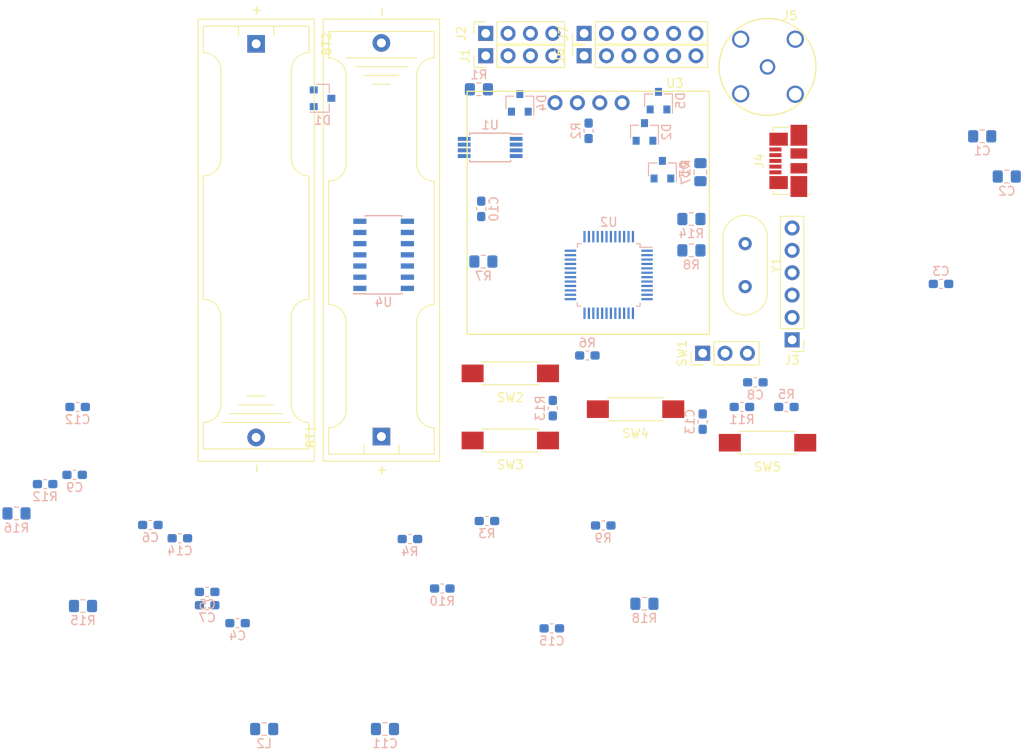
<source format=kicad_pcb>
(kicad_pcb (version 20171130) (host pcbnew "(5.0.0)")

  (general
    (thickness 1.6)
    (drawings 0)
    (tracks 0)
    (zones 0)
    (modules 58)
    (nets 43)
  )

  (page A4)
  (layers
    (0 F.Cu signal)
    (31 B.Cu signal)
    (32 B.Adhes user)
    (33 F.Adhes user)
    (34 B.Paste user)
    (35 F.Paste user)
    (36 B.SilkS user)
    (37 F.SilkS user)
    (38 B.Mask user)
    (39 F.Mask user)
    (40 Dwgs.User user)
    (41 Cmts.User user)
    (42 Eco1.User user)
    (43 Eco2.User user)
    (44 Edge.Cuts user)
    (45 Margin user)
    (46 B.CrtYd user)
    (47 F.CrtYd user)
    (48 B.Fab user)
    (49 F.Fab user)
  )

  (setup
    (last_trace_width 0.25)
    (trace_clearance 0.2)
    (zone_clearance 0.508)
    (zone_45_only no)
    (trace_min 0.2)
    (segment_width 0.2)
    (edge_width 0.1)
    (via_size 0.8)
    (via_drill 0.4)
    (via_min_size 0.4)
    (via_min_drill 0.3)
    (uvia_size 0.3)
    (uvia_drill 0.1)
    (uvias_allowed no)
    (uvia_min_size 0.2)
    (uvia_min_drill 0.1)
    (pcb_text_width 0.3)
    (pcb_text_size 1.5 1.5)
    (mod_edge_width 0.15)
    (mod_text_size 1 1)
    (mod_text_width 0.15)
    (pad_size 1.5 1.5)
    (pad_drill 0.6)
    (pad_to_mask_clearance 0)
    (aux_axis_origin 0 0)
    (visible_elements FFFFFF7F)
    (pcbplotparams
      (layerselection 0x010fc_ffffffff)
      (usegerberextensions false)
      (usegerberattributes false)
      (usegerberadvancedattributes false)
      (creategerberjobfile false)
      (excludeedgelayer true)
      (linewidth 0.100000)
      (plotframeref false)
      (viasonmask false)
      (mode 1)
      (useauxorigin false)
      (hpglpennumber 1)
      (hpglpenspeed 20)
      (hpglpendiameter 15.000000)
      (psnegative false)
      (psa4output false)
      (plotreference true)
      (plotvalue true)
      (plotinvisibletext false)
      (padsonsilk false)
      (subtractmaskfromsilk false)
      (outputformat 1)
      (mirror false)
      (drillshape 1)
      (scaleselection 1)
      (outputdirectory ""))
  )

  (net 0 "")
  (net 1 +1V5)
  (net 2 "Net-(BT1-Pad1)")
  (net 3 GND)
  (net 4 "Net-(C1-Pad1)")
  (net 5 "Net-(C2-Pad1)")
  (net 6 VCC)
  (net 7 VDDA)
  (net 8 /RST)
  (net 9 "Net-(C12-Pad1)")
  (net 10 "Net-(C13-Pad1)")
  (net 11 "Net-(C14-Pad1)")
  (net 12 "Net-(C15-Pad1)")
  (net 13 /PWM_OUT)
  (net 14 /OSCILLOSCOPE)
  (net 15 /ADC_2)
  (net 16 /8_MHz_OUT)
  (net 17 /ADC_1)
  (net 18 "Net-(J3-Pad2)")
  (net 19 "Net-(J3-Pad3)")
  (net 20 /SWO)
  (net 21 /VBUS)
  (net 22 "Net-(J4-Pad2)")
  (net 23 "Net-(J4-Pad3)")
  (net 24 "Net-(J5-Pad1)")
  (net 25 "Net-(R2-Pad2)")
  (net 26 "Net-(R3-Pad2)")
  (net 27 "Net-(R10-Pad2)")
  (net 28 "Net-(R11-Pad2)")
  (net 29 "Net-(R12-Pad2)")
  (net 30 /I2C_SCL)
  (net 31 /I2C_SDA)
  (net 32 "Net-(R13-Pad2)")
  (net 33 /USB_-)
  (net 34 /USB_EN)
  (net 35 /USB_+)
  (net 36 /LATCH)
  (net 37 /BUTTON_OK)
  (net 38 /BUTTON_BACK)
  (net 39 /BUTTON_-)
  (net 40 /BUTTON_+)
  (net 41 "Net-(U2-Pad21)")
  (net 42 "Net-(U2-Pad22)")

  (net_class Default "This is the default net class."
    (clearance 0.2)
    (trace_width 0.25)
    (via_dia 0.8)
    (via_drill 0.4)
    (uvia_dia 0.3)
    (uvia_drill 0.1)
    (add_net +1V5)
    (add_net /8_MHz_OUT)
    (add_net /ADC_1)
    (add_net /ADC_2)
    (add_net /BUTTON_+)
    (add_net /BUTTON_-)
    (add_net /BUTTON_BACK)
    (add_net /BUTTON_OK)
    (add_net /I2C_SCL)
    (add_net /I2C_SDA)
    (add_net /LATCH)
    (add_net /OSCILLOSCOPE)
    (add_net /PWM_OUT)
    (add_net /RST)
    (add_net /SWO)
    (add_net /USB_+)
    (add_net /USB_-)
    (add_net /USB_EN)
    (add_net /VBUS)
    (add_net GND)
    (add_net "Net-(BT1-Pad1)")
    (add_net "Net-(C1-Pad1)")
    (add_net "Net-(C12-Pad1)")
    (add_net "Net-(C13-Pad1)")
    (add_net "Net-(C14-Pad1)")
    (add_net "Net-(C15-Pad1)")
    (add_net "Net-(C2-Pad1)")
    (add_net "Net-(J3-Pad2)")
    (add_net "Net-(J3-Pad3)")
    (add_net "Net-(J4-Pad2)")
    (add_net "Net-(J4-Pad3)")
    (add_net "Net-(J5-Pad1)")
    (add_net "Net-(R10-Pad2)")
    (add_net "Net-(R11-Pad2)")
    (add_net "Net-(R12-Pad2)")
    (add_net "Net-(R13-Pad2)")
    (add_net "Net-(R2-Pad2)")
    (add_net "Net-(R3-Pad2)")
    (add_net "Net-(U2-Pad21)")
    (add_net "Net-(U2-Pad22)")
    (add_net VCC)
    (add_net VDDA)
  )

  (module "footprints:BNC TE CONNECTIVITY 5-1634503" (layer F.Cu) (tedit 5C87ECA5) (tstamp 5CB86A39)
    (at 169.926 102.362)
    (path /5C8FE9B7)
    (fp_text reference J5 (at 2.54 -5.842) (layer F.SilkS)
      (effects (font (size 1 1) (thickness 0.15)))
    )
    (fp_text value OSCILLOSCOPE (at 0.762 6.858) (layer F.Fab)
      (effects (font (size 1 1) (thickness 0.15)))
    )
    (fp_circle (center 0 0) (end 5.5 0) (layer F.SilkS) (width 0.15))
    (pad 1 thru_hole circle (at 0 0) (size 1.75 1.75) (drill 1.25) (layers *.Cu *.Mask)
      (net 24 "Net-(J5-Pad1)"))
    (pad 2 thru_hole circle (at 3.15 -3.15) (size 1.95 1.95) (drill 1.45) (layers *.Cu *.Mask)
      (net 3 GND))
    (pad 2 thru_hole circle (at 3.15 3.1) (size 1.95 1.95) (drill 1.45) (layers *.Cu *.Mask)
      (net 3 GND))
    (pad 2 thru_hole circle (at -3.05 3.05) (size 1.95 1.95) (drill 1.45) (layers *.Cu *.Mask)
      (net 3 GND))
    (pad 2 thru_hole circle (at -3.05 -3.15) (size 1.95 1.95) (drill 1.45) (layers *.Cu *.Mask)
      (net 3 GND))
  )

  (module Battery:BatteryHolder_Keystone_2466_1xAAA (layer F.Cu) (tedit 5B254C39) (tstamp 5CB860CC)
    (at 126.078308 144.33592 90)
    (descr "1xAAA Battery Holder, Keystone, Plastic Case, http://www.keyelco.com/product-pdf.cfm?p=1031")
    (tags "AAA battery holder Keystone")
    (path /5A134124)
    (fp_text reference BT1 (at 0 -8 270) (layer F.SilkS)
      (effects (font (size 1 1) (thickness 0.15)))
    )
    (fp_text value Batt (at 22 0 90) (layer F.Fab)
      (effects (font (size 1 1) (thickness 0.15)))
    )
    (fp_line (start -2.7 6.5) (end -2.7 0) (layer F.Fab) (width 0.1))
    (fp_line (start 47.3 6.5) (end -2.7 6.5) (layer F.Fab) (width 0.1))
    (fp_line (start 47.3 -6.5) (end 47.3 6.5) (layer F.Fab) (width 0.1))
    (fp_line (start -2.7 -6.5) (end 47.3 -6.5) (layer F.Fab) (width 0.1))
    (fp_line (start -2.7 0) (end -2.7 -6.5) (layer F.Fab) (width 0.1))
    (fp_line (start 46 6) (end 43 6) (layer F.SilkS) (width 0.12))
    (fp_line (start 46 -6) (end 46 6) (layer F.SilkS) (width 0.12))
    (fp_line (start 46 -6) (end 43 -6) (layer F.SilkS) (width 0.12))
    (fp_line (start -2 6) (end 1 6) (layer F.SilkS) (width 0.12))
    (fp_line (start -2 -6) (end -2 6) (layer F.SilkS) (width 0.12))
    (fp_line (start -2 -6) (end 1 -6) (layer F.SilkS) (width 0.12))
    (fp_arc (start 3 -6) (end 3 -4) (angle 90) (layer F.SilkS) (width 0.12))
    (fp_arc (start 41 -6) (end 43 -6) (angle 90) (layer F.SilkS) (width 0.12))
    (fp_arc (start 41 6) (end 41 4) (angle 90) (layer F.SilkS) (width 0.12))
    (fp_line (start 41 4) (end 31 4) (layer F.SilkS) (width 0.12))
    (fp_line (start 41 -4) (end 31 -4) (layer F.SilkS) (width 0.12))
    (fp_arc (start 3 6) (end 1 6) (angle 90) (layer F.SilkS) (width 0.12))
    (fp_line (start 3 -4) (end 13 -4) (layer F.SilkS) (width 0.12))
    (fp_line (start 3 4) (end 13 4) (layer F.SilkS) (width 0.12))
    (fp_arc (start 31 6) (end 29 6) (angle 90) (layer F.SilkS) (width 0.12))
    (fp_arc (start 13 6) (end 13 4) (angle 90) (layer F.SilkS) (width 0.12))
    (fp_arc (start 13 -6) (end 15 -6) (angle 90) (layer F.SilkS) (width 0.12))
    (fp_arc (start 31 -6) (end 31 -4) (angle 90) (layer F.SilkS) (width 0.12))
    (fp_line (start 29 -6) (end 15 -6) (layer F.SilkS) (width 0.12))
    (fp_line (start 15 6) (end 29 6) (layer F.SilkS) (width 0.12))
    (fp_line (start -1 2) (end -2 2) (layer F.SilkS) (width 0.12))
    (fp_line (start -2 -2) (end -1 -2) (layer F.SilkS) (width 0.12))
    (fp_line (start 43 -4) (end 43 4) (layer F.SilkS) (width 0.12))
    (fp_line (start 42 3) (end 42 -3) (layer F.SilkS) (width 0.12))
    (fp_line (start 41 -2) (end 41 2) (layer F.SilkS) (width 0.12))
    (fp_line (start 40 -1) (end 40 1) (layer F.SilkS) (width 0.12))
    (fp_line (start 47.4 -6.6) (end -2.8 -6.6) (layer F.SilkS) (width 0.12))
    (fp_line (start -2.8 -6.6) (end -2.8 6.6) (layer F.SilkS) (width 0.12))
    (fp_line (start -2.8 6.6) (end 47.4 6.6) (layer F.SilkS) (width 0.12))
    (fp_line (start 47.4 6.6) (end 47.4 -6.6) (layer F.SilkS) (width 0.12))
    (fp_line (start 47.8 -7) (end -3.2 -7) (layer F.CrtYd) (width 0.05))
    (fp_line (start -3.2 -7) (end -3.2 7) (layer F.CrtYd) (width 0.05))
    (fp_line (start -3.2 7) (end 47.8 7) (layer F.CrtYd) (width 0.05))
    (fp_line (start 47.8 7) (end 47.8 -7) (layer F.CrtYd) (width 0.05))
    (fp_text user %R (at 0 0 90) (layer F.Fab)
      (effects (font (size 1 1) (thickness 0.15)))
    )
    (fp_text user + (at -3.81 0 90) (layer F.SilkS)
      (effects (font (size 1 1) (thickness 0.15)))
    )
    (fp_text user - (at 48.26 0 90) (layer F.SilkS)
      (effects (font (size 1 1) (thickness 0.15)))
    )
    (pad 2 thru_hole circle (at 44.7 0 90) (size 2 2) (drill 1.02) (layers *.Cu *.Mask)
      (net 1 +1V5))
    (pad 1 thru_hole rect (at 0 0 90) (size 2 2) (drill 1.02) (layers *.Cu *.Mask)
      (net 2 "Net-(BT1-Pad1)"))
    (model ${KISYS3DMOD}/Battery.3dshapes/BatteryHolder_Keystone_2466_1xAAA.wrl
      (at (xyz 0 0 0))
      (scale (xyz 1 1 1))
      (rotate (xyz 0 0 0))
    )
  )

  (module Battery:BatteryHolder_Keystone_2466_1xAAA (layer F.Cu) (tedit 5B254C39) (tstamp 5CB85ECB)
    (at 111.854308 99.73592 270)
    (descr "1xAAA Battery Holder, Keystone, Plastic Case, http://www.keyelco.com/product-pdf.cfm?p=1031")
    (tags "AAA battery holder Keystone")
    (path /5A1340B9)
    (fp_text reference BT2 (at 0 -8 90) (layer F.SilkS)
      (effects (font (size 1 1) (thickness 0.15)))
    )
    (fp_text value Batt (at 22 0 270) (layer F.Fab)
      (effects (font (size 1 1) (thickness 0.15)))
    )
    (fp_text user - (at 48.26 0 270) (layer F.SilkS)
      (effects (font (size 1 1) (thickness 0.15)))
    )
    (fp_text user + (at -3.81 0 270) (layer F.SilkS)
      (effects (font (size 1 1) (thickness 0.15)))
    )
    (fp_text user %R (at 0 0 270) (layer F.Fab)
      (effects (font (size 1 1) (thickness 0.15)))
    )
    (fp_line (start 47.8 7) (end 47.8 -7) (layer F.CrtYd) (width 0.05))
    (fp_line (start -3.2 7) (end 47.8 7) (layer F.CrtYd) (width 0.05))
    (fp_line (start -3.2 -7) (end -3.2 7) (layer F.CrtYd) (width 0.05))
    (fp_line (start 47.8 -7) (end -3.2 -7) (layer F.CrtYd) (width 0.05))
    (fp_line (start 47.4 6.6) (end 47.4 -6.6) (layer F.SilkS) (width 0.12))
    (fp_line (start -2.8 6.6) (end 47.4 6.6) (layer F.SilkS) (width 0.12))
    (fp_line (start -2.8 -6.6) (end -2.8 6.6) (layer F.SilkS) (width 0.12))
    (fp_line (start 47.4 -6.6) (end -2.8 -6.6) (layer F.SilkS) (width 0.12))
    (fp_line (start 40 -1) (end 40 1) (layer F.SilkS) (width 0.12))
    (fp_line (start 41 -2) (end 41 2) (layer F.SilkS) (width 0.12))
    (fp_line (start 42 3) (end 42 -3) (layer F.SilkS) (width 0.12))
    (fp_line (start 43 -4) (end 43 4) (layer F.SilkS) (width 0.12))
    (fp_line (start -2 -2) (end -1 -2) (layer F.SilkS) (width 0.12))
    (fp_line (start -1 2) (end -2 2) (layer F.SilkS) (width 0.12))
    (fp_line (start 15 6) (end 29 6) (layer F.SilkS) (width 0.12))
    (fp_line (start 29 -6) (end 15 -6) (layer F.SilkS) (width 0.12))
    (fp_arc (start 31 -6) (end 31 -4) (angle 90) (layer F.SilkS) (width 0.12))
    (fp_arc (start 13 -6) (end 15 -6) (angle 90) (layer F.SilkS) (width 0.12))
    (fp_arc (start 13 6) (end 13 4) (angle 90) (layer F.SilkS) (width 0.12))
    (fp_arc (start 31 6) (end 29 6) (angle 90) (layer F.SilkS) (width 0.12))
    (fp_line (start 3 4) (end 13 4) (layer F.SilkS) (width 0.12))
    (fp_line (start 3 -4) (end 13 -4) (layer F.SilkS) (width 0.12))
    (fp_arc (start 3 6) (end 1 6) (angle 90) (layer F.SilkS) (width 0.12))
    (fp_line (start 41 -4) (end 31 -4) (layer F.SilkS) (width 0.12))
    (fp_line (start 41 4) (end 31 4) (layer F.SilkS) (width 0.12))
    (fp_arc (start 41 6) (end 41 4) (angle 90) (layer F.SilkS) (width 0.12))
    (fp_arc (start 41 -6) (end 43 -6) (angle 90) (layer F.SilkS) (width 0.12))
    (fp_arc (start 3 -6) (end 3 -4) (angle 90) (layer F.SilkS) (width 0.12))
    (fp_line (start -2 -6) (end 1 -6) (layer F.SilkS) (width 0.12))
    (fp_line (start -2 -6) (end -2 6) (layer F.SilkS) (width 0.12))
    (fp_line (start -2 6) (end 1 6) (layer F.SilkS) (width 0.12))
    (fp_line (start 46 -6) (end 43 -6) (layer F.SilkS) (width 0.12))
    (fp_line (start 46 -6) (end 46 6) (layer F.SilkS) (width 0.12))
    (fp_line (start 46 6) (end 43 6) (layer F.SilkS) (width 0.12))
    (fp_line (start -2.7 0) (end -2.7 -6.5) (layer F.Fab) (width 0.1))
    (fp_line (start -2.7 -6.5) (end 47.3 -6.5) (layer F.Fab) (width 0.1))
    (fp_line (start 47.3 -6.5) (end 47.3 6.5) (layer F.Fab) (width 0.1))
    (fp_line (start 47.3 6.5) (end -2.7 6.5) (layer F.Fab) (width 0.1))
    (fp_line (start -2.7 6.5) (end -2.7 0) (layer F.Fab) (width 0.1))
    (pad 1 thru_hole rect (at 0 0 270) (size 2 2) (drill 1.02) (layers *.Cu *.Mask)
      (net 1 +1V5))
    (pad 2 thru_hole circle (at 44.7 0 270) (size 2 2) (drill 1.02) (layers *.Cu *.Mask)
      (net 3 GND))
    (model ${KISYS3DMOD}/Battery.3dshapes/BatteryHolder_Keystone_2466_1xAAA.wrl
      (at (xyz 0 0 0))
      (scale (xyz 1 1 1))
      (rotate (xyz 0 0 0))
    )
  )

  (module Capacitor_SMD:C_0805_2012Metric_Pad1.15x1.40mm_HandSolder (layer B.Cu) (tedit 5B36C52B) (tstamp 5CB8637A)
    (at 194.301 110.236)
    (descr "Capacitor SMD 0805 (2012 Metric), square (rectangular) end terminal, IPC_7351 nominal with elongated pad for handsoldering. (Body size source: https://docs.google.com/spreadsheets/d/1BsfQQcO9C6DZCsRaXUlFlo91Tg2WpOkGARC1WS5S8t0/edit?usp=sharing), generated with kicad-footprint-generator")
    (tags "capacitor handsolder")
    (path /5A1326B0)
    (attr smd)
    (fp_text reference C1 (at 0 1.65) (layer B.SilkS)
      (effects (font (size 1 1) (thickness 0.15)) (justify mirror))
    )
    (fp_text value 20pF (at 0 -1.65) (layer B.Fab)
      (effects (font (size 1 1) (thickness 0.15)) (justify mirror))
    )
    (fp_line (start -1 -0.6) (end -1 0.6) (layer B.Fab) (width 0.1))
    (fp_line (start -1 0.6) (end 1 0.6) (layer B.Fab) (width 0.1))
    (fp_line (start 1 0.6) (end 1 -0.6) (layer B.Fab) (width 0.1))
    (fp_line (start 1 -0.6) (end -1 -0.6) (layer B.Fab) (width 0.1))
    (fp_line (start -0.261252 0.71) (end 0.261252 0.71) (layer B.SilkS) (width 0.12))
    (fp_line (start -0.261252 -0.71) (end 0.261252 -0.71) (layer B.SilkS) (width 0.12))
    (fp_line (start -1.85 -0.95) (end -1.85 0.95) (layer B.CrtYd) (width 0.05))
    (fp_line (start -1.85 0.95) (end 1.85 0.95) (layer B.CrtYd) (width 0.05))
    (fp_line (start 1.85 0.95) (end 1.85 -0.95) (layer B.CrtYd) (width 0.05))
    (fp_line (start 1.85 -0.95) (end -1.85 -0.95) (layer B.CrtYd) (width 0.05))
    (fp_text user %R (at 0 0) (layer B.Fab)
      (effects (font (size 0.5 0.5) (thickness 0.08)) (justify mirror))
    )
    (pad 1 smd roundrect (at -1.025 0) (size 1.15 1.4) (layers B.Cu B.Paste B.Mask) (roundrect_rratio 0.217391)
      (net 4 "Net-(C1-Pad1)"))
    (pad 2 smd roundrect (at 1.025 0) (size 1.15 1.4) (layers B.Cu B.Paste B.Mask) (roundrect_rratio 0.217391)
      (net 3 GND))
    (model ${KISYS3DMOD}/Capacitor_SMD.3dshapes/C_0805_2012Metric.wrl
      (at (xyz 0 0 0))
      (scale (xyz 1 1 1))
      (rotate (xyz 0 0 0))
    )
  )

  (module Capacitor_SMD:C_0805_2012Metric_Pad1.15x1.40mm_HandSolder (layer B.Cu) (tedit 5B36C52B) (tstamp 5CB8649D)
    (at 197.095 114.808)
    (descr "Capacitor SMD 0805 (2012 Metric), square (rectangular) end terminal, IPC_7351 nominal with elongated pad for handsoldering. (Body size source: https://docs.google.com/spreadsheets/d/1BsfQQcO9C6DZCsRaXUlFlo91Tg2WpOkGARC1WS5S8t0/edit?usp=sharing), generated with kicad-footprint-generator")
    (tags "capacitor handsolder")
    (path /5A13265D)
    (attr smd)
    (fp_text reference C2 (at 0 1.65) (layer B.SilkS)
      (effects (font (size 1 1) (thickness 0.15)) (justify mirror))
    )
    (fp_text value 20pF (at 0 -1.65) (layer B.Fab)
      (effects (font (size 1 1) (thickness 0.15)) (justify mirror))
    )
    (fp_line (start -1 -0.6) (end -1 0.6) (layer B.Fab) (width 0.1))
    (fp_line (start -1 0.6) (end 1 0.6) (layer B.Fab) (width 0.1))
    (fp_line (start 1 0.6) (end 1 -0.6) (layer B.Fab) (width 0.1))
    (fp_line (start 1 -0.6) (end -1 -0.6) (layer B.Fab) (width 0.1))
    (fp_line (start -0.261252 0.71) (end 0.261252 0.71) (layer B.SilkS) (width 0.12))
    (fp_line (start -0.261252 -0.71) (end 0.261252 -0.71) (layer B.SilkS) (width 0.12))
    (fp_line (start -1.85 -0.95) (end -1.85 0.95) (layer B.CrtYd) (width 0.05))
    (fp_line (start -1.85 0.95) (end 1.85 0.95) (layer B.CrtYd) (width 0.05))
    (fp_line (start 1.85 0.95) (end 1.85 -0.95) (layer B.CrtYd) (width 0.05))
    (fp_line (start 1.85 -0.95) (end -1.85 -0.95) (layer B.CrtYd) (width 0.05))
    (fp_text user %R (at 0 0) (layer B.Fab)
      (effects (font (size 0.5 0.5) (thickness 0.08)) (justify mirror))
    )
    (pad 1 smd roundrect (at -1.025 0) (size 1.15 1.4) (layers B.Cu B.Paste B.Mask) (roundrect_rratio 0.217391)
      (net 5 "Net-(C2-Pad1)"))
    (pad 2 smd roundrect (at 1.025 0) (size 1.15 1.4) (layers B.Cu B.Paste B.Mask) (roundrect_rratio 0.217391)
      (net 3 GND))
    (model ${KISYS3DMOD}/Capacitor_SMD.3dshapes/C_0805_2012Metric.wrl
      (at (xyz 0 0 0))
      (scale (xyz 1 1 1))
      (rotate (xyz 0 0 0))
    )
  )

  (module Capacitor_SMD:C_0603_1608Metric_Pad1.05x0.95mm_HandSolder (layer B.Cu) (tedit 5B301BBE) (tstamp 5CB85D5C)
    (at 189.625 127 180)
    (descr "Capacitor SMD 0603 (1608 Metric), square (rectangular) end terminal, IPC_7351 nominal with elongated pad for handsoldering. (Body size source: http://www.tortai-tech.com/upload/download/2011102023233369053.pdf), generated with kicad-footprint-generator")
    (tags "capacitor handsolder")
    (path /5A1320DD)
    (attr smd)
    (fp_text reference C3 (at 0 1.43 180) (layer B.SilkS)
      (effects (font (size 1 1) (thickness 0.15)) (justify mirror))
    )
    (fp_text value 100n (at 0 -1.43 180) (layer B.Fab)
      (effects (font (size 1 1) (thickness 0.15)) (justify mirror))
    )
    (fp_line (start -0.8 -0.4) (end -0.8 0.4) (layer B.Fab) (width 0.1))
    (fp_line (start -0.8 0.4) (end 0.8 0.4) (layer B.Fab) (width 0.1))
    (fp_line (start 0.8 0.4) (end 0.8 -0.4) (layer B.Fab) (width 0.1))
    (fp_line (start 0.8 -0.4) (end -0.8 -0.4) (layer B.Fab) (width 0.1))
    (fp_line (start -0.171267 0.51) (end 0.171267 0.51) (layer B.SilkS) (width 0.12))
    (fp_line (start -0.171267 -0.51) (end 0.171267 -0.51) (layer B.SilkS) (width 0.12))
    (fp_line (start -1.65 -0.73) (end -1.65 0.73) (layer B.CrtYd) (width 0.05))
    (fp_line (start -1.65 0.73) (end 1.65 0.73) (layer B.CrtYd) (width 0.05))
    (fp_line (start 1.65 0.73) (end 1.65 -0.73) (layer B.CrtYd) (width 0.05))
    (fp_line (start 1.65 -0.73) (end -1.65 -0.73) (layer B.CrtYd) (width 0.05))
    (fp_text user %R (at 0 0 180) (layer B.Fab)
      (effects (font (size 0.4 0.4) (thickness 0.06)) (justify mirror))
    )
    (pad 1 smd roundrect (at -0.875 0 180) (size 1.05 0.95) (layers B.Cu B.Paste B.Mask) (roundrect_rratio 0.25)
      (net 6 VCC))
    (pad 2 smd roundrect (at 0.875 0 180) (size 1.05 0.95) (layers B.Cu B.Paste B.Mask) (roundrect_rratio 0.25)
      (net 3 GND))
    (model ${KISYS3DMOD}/Capacitor_SMD.3dshapes/C_0603_1608Metric.wrl
      (at (xyz 0 0 0))
      (scale (xyz 1 1 1))
      (rotate (xyz 0 0 0))
    )
  )

  (module Capacitor_SMD:C_0603_1608Metric_Pad1.05x0.95mm_HandSolder (layer B.Cu) (tedit 5B301BBE) (tstamp 5CB8C3BA)
    (at 109.743001 165.522409)
    (descr "Capacitor SMD 0603 (1608 Metric), square (rectangular) end terminal, IPC_7351 nominal with elongated pad for handsoldering. (Body size source: http://www.tortai-tech.com/upload/download/2011102023233369053.pdf), generated with kicad-footprint-generator")
    (tags "capacitor handsolder")
    (path /5A132105)
    (attr smd)
    (fp_text reference C4 (at 0 1.43) (layer B.SilkS)
      (effects (font (size 1 1) (thickness 0.15)) (justify mirror))
    )
    (fp_text value 100n (at 0 -1.43) (layer B.Fab)
      (effects (font (size 1 1) (thickness 0.15)) (justify mirror))
    )
    (fp_text user %R (at 0 0) (layer B.Fab)
      (effects (font (size 0.4 0.4) (thickness 0.06)) (justify mirror))
    )
    (fp_line (start 1.65 -0.73) (end -1.65 -0.73) (layer B.CrtYd) (width 0.05))
    (fp_line (start 1.65 0.73) (end 1.65 -0.73) (layer B.CrtYd) (width 0.05))
    (fp_line (start -1.65 0.73) (end 1.65 0.73) (layer B.CrtYd) (width 0.05))
    (fp_line (start -1.65 -0.73) (end -1.65 0.73) (layer B.CrtYd) (width 0.05))
    (fp_line (start -0.171267 -0.51) (end 0.171267 -0.51) (layer B.SilkS) (width 0.12))
    (fp_line (start -0.171267 0.51) (end 0.171267 0.51) (layer B.SilkS) (width 0.12))
    (fp_line (start 0.8 -0.4) (end -0.8 -0.4) (layer B.Fab) (width 0.1))
    (fp_line (start 0.8 0.4) (end 0.8 -0.4) (layer B.Fab) (width 0.1))
    (fp_line (start -0.8 0.4) (end 0.8 0.4) (layer B.Fab) (width 0.1))
    (fp_line (start -0.8 -0.4) (end -0.8 0.4) (layer B.Fab) (width 0.1))
    (pad 2 smd roundrect (at 0.875 0) (size 1.05 0.95) (layers B.Cu B.Paste B.Mask) (roundrect_rratio 0.25)
      (net 3 GND))
    (pad 1 smd roundrect (at -0.875 0) (size 1.05 0.95) (layers B.Cu B.Paste B.Mask) (roundrect_rratio 0.25)
      (net 6 VCC))
    (model ${KISYS3DMOD}/Capacitor_SMD.3dshapes/C_0603_1608Metric.wrl
      (at (xyz 0 0 0))
      (scale (xyz 1 1 1))
      (rotate (xyz 0 0 0))
    )
  )

  (module Capacitor_SMD:C_0603_1608Metric_Pad1.05x0.95mm_HandSolder (layer B.Cu) (tedit 5B301BBE) (tstamp 5CB8C1F2)
    (at 106.293001 161.972409)
    (descr "Capacitor SMD 0603 (1608 Metric), square (rectangular) end terminal, IPC_7351 nominal with elongated pad for handsoldering. (Body size source: http://www.tortai-tech.com/upload/download/2011102023233369053.pdf), generated with kicad-footprint-generator")
    (tags "capacitor handsolder")
    (path /5A13212D)
    (attr smd)
    (fp_text reference C5 (at 0 1.43) (layer B.SilkS)
      (effects (font (size 1 1) (thickness 0.15)) (justify mirror))
    )
    (fp_text value 100n (at 0 -1.43) (layer B.Fab)
      (effects (font (size 1 1) (thickness 0.15)) (justify mirror))
    )
    (fp_line (start -0.8 -0.4) (end -0.8 0.4) (layer B.Fab) (width 0.1))
    (fp_line (start -0.8 0.4) (end 0.8 0.4) (layer B.Fab) (width 0.1))
    (fp_line (start 0.8 0.4) (end 0.8 -0.4) (layer B.Fab) (width 0.1))
    (fp_line (start 0.8 -0.4) (end -0.8 -0.4) (layer B.Fab) (width 0.1))
    (fp_line (start -0.171267 0.51) (end 0.171267 0.51) (layer B.SilkS) (width 0.12))
    (fp_line (start -0.171267 -0.51) (end 0.171267 -0.51) (layer B.SilkS) (width 0.12))
    (fp_line (start -1.65 -0.73) (end -1.65 0.73) (layer B.CrtYd) (width 0.05))
    (fp_line (start -1.65 0.73) (end 1.65 0.73) (layer B.CrtYd) (width 0.05))
    (fp_line (start 1.65 0.73) (end 1.65 -0.73) (layer B.CrtYd) (width 0.05))
    (fp_line (start 1.65 -0.73) (end -1.65 -0.73) (layer B.CrtYd) (width 0.05))
    (fp_text user %R (at 0 0) (layer B.Fab)
      (effects (font (size 0.4 0.4) (thickness 0.06)) (justify mirror))
    )
    (pad 1 smd roundrect (at -0.875 0) (size 1.05 0.95) (layers B.Cu B.Paste B.Mask) (roundrect_rratio 0.25)
      (net 6 VCC))
    (pad 2 smd roundrect (at 0.875 0) (size 1.05 0.95) (layers B.Cu B.Paste B.Mask) (roundrect_rratio 0.25)
      (net 3 GND))
    (model ${KISYS3DMOD}/Capacitor_SMD.3dshapes/C_0603_1608Metric.wrl
      (at (xyz 0 0 0))
      (scale (xyz 1 1 1))
      (rotate (xyz 0 0 0))
    )
  )

  (module Capacitor_SMD:C_0603_1608Metric_Pad1.05x0.95mm_HandSolder (layer B.Cu) (tedit 5B301BBE) (tstamp 5CB8C2EE)
    (at 99.843001 154.372409)
    (descr "Capacitor SMD 0603 (1608 Metric), square (rectangular) end terminal, IPC_7351 nominal with elongated pad for handsoldering. (Body size source: http://www.tortai-tech.com/upload/download/2011102023233369053.pdf), generated with kicad-footprint-generator")
    (tags "capacitor handsolder")
    (path /5A13215E)
    (attr smd)
    (fp_text reference C6 (at 0 1.43) (layer B.SilkS)
      (effects (font (size 1 1) (thickness 0.15)) (justify mirror))
    )
    (fp_text value 100n (at 0 -1.43) (layer B.Fab)
      (effects (font (size 1 1) (thickness 0.15)) (justify mirror))
    )
    (fp_text user %R (at 0 0) (layer B.Fab)
      (effects (font (size 0.4 0.4) (thickness 0.06)) (justify mirror))
    )
    (fp_line (start 1.65 -0.73) (end -1.65 -0.73) (layer B.CrtYd) (width 0.05))
    (fp_line (start 1.65 0.73) (end 1.65 -0.73) (layer B.CrtYd) (width 0.05))
    (fp_line (start -1.65 0.73) (end 1.65 0.73) (layer B.CrtYd) (width 0.05))
    (fp_line (start -1.65 -0.73) (end -1.65 0.73) (layer B.CrtYd) (width 0.05))
    (fp_line (start -0.171267 -0.51) (end 0.171267 -0.51) (layer B.SilkS) (width 0.12))
    (fp_line (start -0.171267 0.51) (end 0.171267 0.51) (layer B.SilkS) (width 0.12))
    (fp_line (start 0.8 -0.4) (end -0.8 -0.4) (layer B.Fab) (width 0.1))
    (fp_line (start 0.8 0.4) (end 0.8 -0.4) (layer B.Fab) (width 0.1))
    (fp_line (start -0.8 0.4) (end 0.8 0.4) (layer B.Fab) (width 0.1))
    (fp_line (start -0.8 -0.4) (end -0.8 0.4) (layer B.Fab) (width 0.1))
    (pad 2 smd roundrect (at 0.875 0) (size 1.05 0.95) (layers B.Cu B.Paste B.Mask) (roundrect_rratio 0.25)
      (net 3 GND))
    (pad 1 smd roundrect (at -0.875 0) (size 1.05 0.95) (layers B.Cu B.Paste B.Mask) (roundrect_rratio 0.25)
      (net 6 VCC))
    (model ${KISYS3DMOD}/Capacitor_SMD.3dshapes/C_0603_1608Metric.wrl
      (at (xyz 0 0 0))
      (scale (xyz 1 1 1))
      (rotate (xyz 0 0 0))
    )
  )

  (module Capacitor_SMD:C_0603_1608Metric_Pad1.05x0.95mm_HandSolder (layer B.Cu) (tedit 5B301BBE) (tstamp 5CB8C186)
    (at 106.293001 163.482409)
    (descr "Capacitor SMD 0603 (1608 Metric), square (rectangular) end terminal, IPC_7351 nominal with elongated pad for handsoldering. (Body size source: http://www.tortai-tech.com/upload/download/2011102023233369053.pdf), generated with kicad-footprint-generator")
    (tags "capacitor handsolder")
    (path /5A1359A5)
    (attr smd)
    (fp_text reference C7 (at 0 1.43) (layer B.SilkS)
      (effects (font (size 1 1) (thickness 0.15)) (justify mirror))
    )
    (fp_text value 100n (at 0 -1.43) (layer B.Fab)
      (effects (font (size 1 1) (thickness 0.15)) (justify mirror))
    )
    (fp_text user %R (at 0 0) (layer B.Fab)
      (effects (font (size 0.4 0.4) (thickness 0.06)) (justify mirror))
    )
    (fp_line (start 1.65 -0.73) (end -1.65 -0.73) (layer B.CrtYd) (width 0.05))
    (fp_line (start 1.65 0.73) (end 1.65 -0.73) (layer B.CrtYd) (width 0.05))
    (fp_line (start -1.65 0.73) (end 1.65 0.73) (layer B.CrtYd) (width 0.05))
    (fp_line (start -1.65 -0.73) (end -1.65 0.73) (layer B.CrtYd) (width 0.05))
    (fp_line (start -0.171267 -0.51) (end 0.171267 -0.51) (layer B.SilkS) (width 0.12))
    (fp_line (start -0.171267 0.51) (end 0.171267 0.51) (layer B.SilkS) (width 0.12))
    (fp_line (start 0.8 -0.4) (end -0.8 -0.4) (layer B.Fab) (width 0.1))
    (fp_line (start 0.8 0.4) (end 0.8 -0.4) (layer B.Fab) (width 0.1))
    (fp_line (start -0.8 0.4) (end 0.8 0.4) (layer B.Fab) (width 0.1))
    (fp_line (start -0.8 -0.4) (end -0.8 0.4) (layer B.Fab) (width 0.1))
    (pad 2 smd roundrect (at 0.875 0) (size 1.05 0.95) (layers B.Cu B.Paste B.Mask) (roundrect_rratio 0.25)
      (net 3 GND))
    (pad 1 smd roundrect (at -0.875 0) (size 1.05 0.95) (layers B.Cu B.Paste B.Mask) (roundrect_rratio 0.25)
      (net 7 VDDA))
    (model ${KISYS3DMOD}/Capacitor_SMD.3dshapes/C_0603_1608Metric.wrl
      (at (xyz 0 0 0))
      (scale (xyz 1 1 1))
      (rotate (xyz 0 0 0))
    )
  )

  (module Capacitor_SMD:C_0603_1608Metric_Pad1.05x0.95mm_HandSolder (layer B.Cu) (tedit 5B301BBE) (tstamp 5CB8C222)
    (at 168.543 138.176)
    (descr "Capacitor SMD 0603 (1608 Metric), square (rectangular) end terminal, IPC_7351 nominal with elongated pad for handsoldering. (Body size source: http://www.tortai-tech.com/upload/download/2011102023233369053.pdf), generated with kicad-footprint-generator")
    (tags "capacitor handsolder")
    (path /5CA5F813)
    (attr smd)
    (fp_text reference C8 (at 0 1.43) (layer B.SilkS)
      (effects (font (size 1 1) (thickness 0.15)) (justify mirror))
    )
    (fp_text value 10u (at 0 -1.43) (layer B.Fab)
      (effects (font (size 1 1) (thickness 0.15)) (justify mirror))
    )
    (fp_line (start -0.8 -0.4) (end -0.8 0.4) (layer B.Fab) (width 0.1))
    (fp_line (start -0.8 0.4) (end 0.8 0.4) (layer B.Fab) (width 0.1))
    (fp_line (start 0.8 0.4) (end 0.8 -0.4) (layer B.Fab) (width 0.1))
    (fp_line (start 0.8 -0.4) (end -0.8 -0.4) (layer B.Fab) (width 0.1))
    (fp_line (start -0.171267 0.51) (end 0.171267 0.51) (layer B.SilkS) (width 0.12))
    (fp_line (start -0.171267 -0.51) (end 0.171267 -0.51) (layer B.SilkS) (width 0.12))
    (fp_line (start -1.65 -0.73) (end -1.65 0.73) (layer B.CrtYd) (width 0.05))
    (fp_line (start -1.65 0.73) (end 1.65 0.73) (layer B.CrtYd) (width 0.05))
    (fp_line (start 1.65 0.73) (end 1.65 -0.73) (layer B.CrtYd) (width 0.05))
    (fp_line (start 1.65 -0.73) (end -1.65 -0.73) (layer B.CrtYd) (width 0.05))
    (fp_text user %R (at 0 0) (layer B.Fab)
      (effects (font (size 0.4 0.4) (thickness 0.06)) (justify mirror))
    )
    (pad 1 smd roundrect (at -0.875 0) (size 1.05 0.95) (layers B.Cu B.Paste B.Mask) (roundrect_rratio 0.25)
      (net 6 VCC))
    (pad 2 smd roundrect (at 0.875 0) (size 1.05 0.95) (layers B.Cu B.Paste B.Mask) (roundrect_rratio 0.25)
      (net 3 GND))
    (model ${KISYS3DMOD}/Capacitor_SMD.3dshapes/C_0603_1608Metric.wrl
      (at (xyz 0 0 0))
      (scale (xyz 1 1 1))
      (rotate (xyz 0 0 0))
    )
  )

  (module Capacitor_SMD:C_0603_1608Metric_Pad1.05x0.95mm_HandSolder (layer B.Cu) (tedit 5B301BBE) (tstamp 5CB8C31E)
    (at 91.243001 148.682409)
    (descr "Capacitor SMD 0603 (1608 Metric), square (rectangular) end terminal, IPC_7351 nominal with elongated pad for handsoldering. (Body size source: http://www.tortai-tech.com/upload/download/2011102023233369053.pdf), generated with kicad-footprint-generator")
    (tags "capacitor handsolder")
    (path /5C966FC3)
    (attr smd)
    (fp_text reference C9 (at 0 1.43) (layer B.SilkS)
      (effects (font (size 1 1) (thickness 0.15)) (justify mirror))
    )
    (fp_text value 100n (at 0 -1.43) (layer B.Fab)
      (effects (font (size 1 1) (thickness 0.15)) (justify mirror))
    )
    (fp_line (start -0.8 -0.4) (end -0.8 0.4) (layer B.Fab) (width 0.1))
    (fp_line (start -0.8 0.4) (end 0.8 0.4) (layer B.Fab) (width 0.1))
    (fp_line (start 0.8 0.4) (end 0.8 -0.4) (layer B.Fab) (width 0.1))
    (fp_line (start 0.8 -0.4) (end -0.8 -0.4) (layer B.Fab) (width 0.1))
    (fp_line (start -0.171267 0.51) (end 0.171267 0.51) (layer B.SilkS) (width 0.12))
    (fp_line (start -0.171267 -0.51) (end 0.171267 -0.51) (layer B.SilkS) (width 0.12))
    (fp_line (start -1.65 -0.73) (end -1.65 0.73) (layer B.CrtYd) (width 0.05))
    (fp_line (start -1.65 0.73) (end 1.65 0.73) (layer B.CrtYd) (width 0.05))
    (fp_line (start 1.65 0.73) (end 1.65 -0.73) (layer B.CrtYd) (width 0.05))
    (fp_line (start 1.65 -0.73) (end -1.65 -0.73) (layer B.CrtYd) (width 0.05))
    (fp_text user %R (at 0 0) (layer B.Fab)
      (effects (font (size 0.4 0.4) (thickness 0.06)) (justify mirror))
    )
    (pad 1 smd roundrect (at -0.875 0) (size 1.05 0.95) (layers B.Cu B.Paste B.Mask) (roundrect_rratio 0.25)
      (net 6 VCC))
    (pad 2 smd roundrect (at 0.875 0) (size 1.05 0.95) (layers B.Cu B.Paste B.Mask) (roundrect_rratio 0.25)
      (net 3 GND))
    (model ${KISYS3DMOD}/Capacitor_SMD.3dshapes/C_0603_1608Metric.wrl
      (at (xyz 0 0 0))
      (scale (xyz 1 1 1))
      (rotate (xyz 0 0 0))
    )
  )

  (module Capacitor_SMD:C_0603_1608Metric_Pad1.05x0.95mm_HandSolder (layer B.Cu) (tedit 5B301BBE) (tstamp 5CB8617F)
    (at 137.414 118.477 90)
    (descr "Capacitor SMD 0603 (1608 Metric), square (rectangular) end terminal, IPC_7351 nominal with elongated pad for handsoldering. (Body size source: http://www.tortai-tech.com/upload/download/2011102023233369053.pdf), generated with kicad-footprint-generator")
    (tags "capacitor handsolder")
    (path /5C8CBBB9)
    (attr smd)
    (fp_text reference C10 (at 0 1.43 90) (layer B.SilkS)
      (effects (font (size 1 1) (thickness 0.15)) (justify mirror))
    )
    (fp_text value 100n (at 0 -1.43 90) (layer B.Fab)
      (effects (font (size 1 1) (thickness 0.15)) (justify mirror))
    )
    (fp_text user %R (at 0 0 90) (layer B.Fab)
      (effects (font (size 0.4 0.4) (thickness 0.06)) (justify mirror))
    )
    (fp_line (start 1.65 -0.73) (end -1.65 -0.73) (layer B.CrtYd) (width 0.05))
    (fp_line (start 1.65 0.73) (end 1.65 -0.73) (layer B.CrtYd) (width 0.05))
    (fp_line (start -1.65 0.73) (end 1.65 0.73) (layer B.CrtYd) (width 0.05))
    (fp_line (start -1.65 -0.73) (end -1.65 0.73) (layer B.CrtYd) (width 0.05))
    (fp_line (start -0.171267 -0.51) (end 0.171267 -0.51) (layer B.SilkS) (width 0.12))
    (fp_line (start -0.171267 0.51) (end 0.171267 0.51) (layer B.SilkS) (width 0.12))
    (fp_line (start 0.8 -0.4) (end -0.8 -0.4) (layer B.Fab) (width 0.1))
    (fp_line (start 0.8 0.4) (end 0.8 -0.4) (layer B.Fab) (width 0.1))
    (fp_line (start -0.8 0.4) (end 0.8 0.4) (layer B.Fab) (width 0.1))
    (fp_line (start -0.8 -0.4) (end -0.8 0.4) (layer B.Fab) (width 0.1))
    (pad 2 smd roundrect (at 0.875 0 90) (size 1.05 0.95) (layers B.Cu B.Paste B.Mask) (roundrect_rratio 0.25)
      (net 3 GND))
    (pad 1 smd roundrect (at -0.875 0 90) (size 1.05 0.95) (layers B.Cu B.Paste B.Mask) (roundrect_rratio 0.25)
      (net 8 /RST))
    (model ${KISYS3DMOD}/Capacitor_SMD.3dshapes/C_0603_1608Metric.wrl
      (at (xyz 0 0 0))
      (scale (xyz 1 1 1))
      (rotate (xyz 0 0 0))
    )
  )

  (module Capacitor_SMD:C_0805_2012Metric_Pad1.15x1.40mm_HandSolder (layer B.Cu) (tedit 5B36C52B) (tstamp 5CB85F75)
    (at 126.483 177.546)
    (descr "Capacitor SMD 0805 (2012 Metric), square (rectangular) end terminal, IPC_7351 nominal with elongated pad for handsoldering. (Body size source: https://docs.google.com/spreadsheets/d/1BsfQQcO9C6DZCsRaXUlFlo91Tg2WpOkGARC1WS5S8t0/edit?usp=sharing), generated with kicad-footprint-generator")
    (tags "capacitor handsolder")
    (path /5CA705D7)
    (attr smd)
    (fp_text reference C11 (at 0 1.65) (layer B.SilkS)
      (effects (font (size 1 1) (thickness 0.15)) (justify mirror))
    )
    (fp_text value 2u2 (at 0 -1.65) (layer B.Fab)
      (effects (font (size 1 1) (thickness 0.15)) (justify mirror))
    )
    (fp_text user %R (at 0 0) (layer B.Fab)
      (effects (font (size 0.5 0.5) (thickness 0.08)) (justify mirror))
    )
    (fp_line (start 1.85 -0.95) (end -1.85 -0.95) (layer B.CrtYd) (width 0.05))
    (fp_line (start 1.85 0.95) (end 1.85 -0.95) (layer B.CrtYd) (width 0.05))
    (fp_line (start -1.85 0.95) (end 1.85 0.95) (layer B.CrtYd) (width 0.05))
    (fp_line (start -1.85 -0.95) (end -1.85 0.95) (layer B.CrtYd) (width 0.05))
    (fp_line (start -0.261252 -0.71) (end 0.261252 -0.71) (layer B.SilkS) (width 0.12))
    (fp_line (start -0.261252 0.71) (end 0.261252 0.71) (layer B.SilkS) (width 0.12))
    (fp_line (start 1 -0.6) (end -1 -0.6) (layer B.Fab) (width 0.1))
    (fp_line (start 1 0.6) (end 1 -0.6) (layer B.Fab) (width 0.1))
    (fp_line (start -1 0.6) (end 1 0.6) (layer B.Fab) (width 0.1))
    (fp_line (start -1 -0.6) (end -1 0.6) (layer B.Fab) (width 0.1))
    (pad 2 smd roundrect (at 1.025 0) (size 1.15 1.4) (layers B.Cu B.Paste B.Mask) (roundrect_rratio 0.217391)
      (net 3 GND))
    (pad 1 smd roundrect (at -1.025 0) (size 1.15 1.4) (layers B.Cu B.Paste B.Mask) (roundrect_rratio 0.217391)
      (net 7 VDDA))
    (model ${KISYS3DMOD}/Capacitor_SMD.3dshapes/C_0805_2012Metric.wrl
      (at (xyz 0 0 0))
      (scale (xyz 1 1 1))
      (rotate (xyz 0 0 0))
    )
  )

  (module Capacitor_SMD:C_0603_1608Metric_Pad1.05x0.95mm_HandSolder (layer B.Cu) (tedit 5B301BBE) (tstamp 5CB895B3)
    (at 91.581 140.97)
    (descr "Capacitor SMD 0603 (1608 Metric), square (rectangular) end terminal, IPC_7351 nominal with elongated pad for handsoldering. (Body size source: http://www.tortai-tech.com/upload/download/2011102023233369053.pdf), generated with kicad-footprint-generator")
    (tags "capacitor handsolder")
    (path /5C9F6DA3)
    (attr smd)
    (fp_text reference C12 (at 0 1.43) (layer B.SilkS)
      (effects (font (size 1 1) (thickness 0.15)) (justify mirror))
    )
    (fp_text value 100n (at 0 -1.43) (layer B.Fab)
      (effects (font (size 1 1) (thickness 0.15)) (justify mirror))
    )
    (fp_line (start -0.8 -0.4) (end -0.8 0.4) (layer B.Fab) (width 0.1))
    (fp_line (start -0.8 0.4) (end 0.8 0.4) (layer B.Fab) (width 0.1))
    (fp_line (start 0.8 0.4) (end 0.8 -0.4) (layer B.Fab) (width 0.1))
    (fp_line (start 0.8 -0.4) (end -0.8 -0.4) (layer B.Fab) (width 0.1))
    (fp_line (start -0.171267 0.51) (end 0.171267 0.51) (layer B.SilkS) (width 0.12))
    (fp_line (start -0.171267 -0.51) (end 0.171267 -0.51) (layer B.SilkS) (width 0.12))
    (fp_line (start -1.65 -0.73) (end -1.65 0.73) (layer B.CrtYd) (width 0.05))
    (fp_line (start -1.65 0.73) (end 1.65 0.73) (layer B.CrtYd) (width 0.05))
    (fp_line (start 1.65 0.73) (end 1.65 -0.73) (layer B.CrtYd) (width 0.05))
    (fp_line (start 1.65 -0.73) (end -1.65 -0.73) (layer B.CrtYd) (width 0.05))
    (fp_text user %R (at 0 0) (layer B.Fab)
      (effects (font (size 0.4 0.4) (thickness 0.06)) (justify mirror))
    )
    (pad 1 smd roundrect (at -0.875 0) (size 1.05 0.95) (layers B.Cu B.Paste B.Mask) (roundrect_rratio 0.25)
      (net 9 "Net-(C12-Pad1)"))
    (pad 2 smd roundrect (at 0.875 0) (size 1.05 0.95) (layers B.Cu B.Paste B.Mask) (roundrect_rratio 0.25)
      (net 3 GND))
    (model ${KISYS3DMOD}/Capacitor_SMD.3dshapes/C_0603_1608Metric.wrl
      (at (xyz 0 0 0))
      (scale (xyz 1 1 1))
      (rotate (xyz 0 0 0))
    )
  )

  (module Capacitor_SMD:C_0603_1608Metric_Pad1.05x0.95mm_HandSolder (layer B.Cu) (tedit 5B301BBE) (tstamp 5CB8623F)
    (at 162.56 142.635 270)
    (descr "Capacitor SMD 0603 (1608 Metric), square (rectangular) end terminal, IPC_7351 nominal with elongated pad for handsoldering. (Body size source: http://www.tortai-tech.com/upload/download/2011102023233369053.pdf), generated with kicad-footprint-generator")
    (tags "capacitor handsolder")
    (path /5C9FAE58)
    (attr smd)
    (fp_text reference C13 (at 0 1.43 270) (layer B.SilkS)
      (effects (font (size 1 1) (thickness 0.15)) (justify mirror))
    )
    (fp_text value 100n (at 0 -1.43 270) (layer B.Fab)
      (effects (font (size 1 1) (thickness 0.15)) (justify mirror))
    )
    (fp_text user %R (at 0 0 270) (layer B.Fab)
      (effects (font (size 0.4 0.4) (thickness 0.06)) (justify mirror))
    )
    (fp_line (start 1.65 -0.73) (end -1.65 -0.73) (layer B.CrtYd) (width 0.05))
    (fp_line (start 1.65 0.73) (end 1.65 -0.73) (layer B.CrtYd) (width 0.05))
    (fp_line (start -1.65 0.73) (end 1.65 0.73) (layer B.CrtYd) (width 0.05))
    (fp_line (start -1.65 -0.73) (end -1.65 0.73) (layer B.CrtYd) (width 0.05))
    (fp_line (start -0.171267 -0.51) (end 0.171267 -0.51) (layer B.SilkS) (width 0.12))
    (fp_line (start -0.171267 0.51) (end 0.171267 0.51) (layer B.SilkS) (width 0.12))
    (fp_line (start 0.8 -0.4) (end -0.8 -0.4) (layer B.Fab) (width 0.1))
    (fp_line (start 0.8 0.4) (end 0.8 -0.4) (layer B.Fab) (width 0.1))
    (fp_line (start -0.8 0.4) (end 0.8 0.4) (layer B.Fab) (width 0.1))
    (fp_line (start -0.8 -0.4) (end -0.8 0.4) (layer B.Fab) (width 0.1))
    (pad 2 smd roundrect (at 0.875 0 270) (size 1.05 0.95) (layers B.Cu B.Paste B.Mask) (roundrect_rratio 0.25)
      (net 3 GND))
    (pad 1 smd roundrect (at -0.875 0 270) (size 1.05 0.95) (layers B.Cu B.Paste B.Mask) (roundrect_rratio 0.25)
      (net 10 "Net-(C13-Pad1)"))
    (model ${KISYS3DMOD}/Capacitor_SMD.3dshapes/C_0603_1608Metric.wrl
      (at (xyz 0 0 0))
      (scale (xyz 1 1 1))
      (rotate (xyz 0 0 0))
    )
  )

  (module Capacitor_SMD:C_0603_1608Metric_Pad1.05x0.95mm_HandSolder (layer B.Cu) (tedit 5B301BBE) (tstamp 5CB8C156)
    (at 103.193001 155.882409)
    (descr "Capacitor SMD 0603 (1608 Metric), square (rectangular) end terminal, IPC_7351 nominal with elongated pad for handsoldering. (Body size source: http://www.tortai-tech.com/upload/download/2011102023233369053.pdf), generated with kicad-footprint-generator")
    (tags "capacitor handsolder")
    (path /5C9D1AEF)
    (attr smd)
    (fp_text reference C14 (at 0 1.43) (layer B.SilkS)
      (effects (font (size 1 1) (thickness 0.15)) (justify mirror))
    )
    (fp_text value 100n (at 0 -1.43) (layer B.Fab)
      (effects (font (size 1 1) (thickness 0.15)) (justify mirror))
    )
    (fp_text user %R (at 0 0) (layer B.Fab)
      (effects (font (size 0.4 0.4) (thickness 0.06)) (justify mirror))
    )
    (fp_line (start 1.65 -0.73) (end -1.65 -0.73) (layer B.CrtYd) (width 0.05))
    (fp_line (start 1.65 0.73) (end 1.65 -0.73) (layer B.CrtYd) (width 0.05))
    (fp_line (start -1.65 0.73) (end 1.65 0.73) (layer B.CrtYd) (width 0.05))
    (fp_line (start -1.65 -0.73) (end -1.65 0.73) (layer B.CrtYd) (width 0.05))
    (fp_line (start -0.171267 -0.51) (end 0.171267 -0.51) (layer B.SilkS) (width 0.12))
    (fp_line (start -0.171267 0.51) (end 0.171267 0.51) (layer B.SilkS) (width 0.12))
    (fp_line (start 0.8 -0.4) (end -0.8 -0.4) (layer B.Fab) (width 0.1))
    (fp_line (start 0.8 0.4) (end 0.8 -0.4) (layer B.Fab) (width 0.1))
    (fp_line (start -0.8 0.4) (end 0.8 0.4) (layer B.Fab) (width 0.1))
    (fp_line (start -0.8 -0.4) (end -0.8 0.4) (layer B.Fab) (width 0.1))
    (pad 2 smd roundrect (at 0.875 0) (size 1.05 0.95) (layers B.Cu B.Paste B.Mask) (roundrect_rratio 0.25)
      (net 3 GND))
    (pad 1 smd roundrect (at -0.875 0) (size 1.05 0.95) (layers B.Cu B.Paste B.Mask) (roundrect_rratio 0.25)
      (net 11 "Net-(C14-Pad1)"))
    (model ${KISYS3DMOD}/Capacitor_SMD.3dshapes/C_0603_1608Metric.wrl
      (at (xyz 0 0 0))
      (scale (xyz 1 1 1))
      (rotate (xyz 0 0 0))
    )
  )

  (module Capacitor_SMD:C_0603_1608Metric_Pad1.05x0.95mm_HandSolder (layer B.Cu) (tedit 5B301BBE) (tstamp 5CB8C2BE)
    (at 145.429 166.116)
    (descr "Capacitor SMD 0603 (1608 Metric), square (rectangular) end terminal, IPC_7351 nominal with elongated pad for handsoldering. (Body size source: http://www.tortai-tech.com/upload/download/2011102023233369053.pdf), generated with kicad-footprint-generator")
    (tags "capacitor handsolder")
    (path /5C9EF8DE)
    (attr smd)
    (fp_text reference C15 (at 0 1.43) (layer B.SilkS)
      (effects (font (size 1 1) (thickness 0.15)) (justify mirror))
    )
    (fp_text value 100n (at 0 -1.43) (layer B.Fab)
      (effects (font (size 1 1) (thickness 0.15)) (justify mirror))
    )
    (fp_line (start -0.8 -0.4) (end -0.8 0.4) (layer B.Fab) (width 0.1))
    (fp_line (start -0.8 0.4) (end 0.8 0.4) (layer B.Fab) (width 0.1))
    (fp_line (start 0.8 0.4) (end 0.8 -0.4) (layer B.Fab) (width 0.1))
    (fp_line (start 0.8 -0.4) (end -0.8 -0.4) (layer B.Fab) (width 0.1))
    (fp_line (start -0.171267 0.51) (end 0.171267 0.51) (layer B.SilkS) (width 0.12))
    (fp_line (start -0.171267 -0.51) (end 0.171267 -0.51) (layer B.SilkS) (width 0.12))
    (fp_line (start -1.65 -0.73) (end -1.65 0.73) (layer B.CrtYd) (width 0.05))
    (fp_line (start -1.65 0.73) (end 1.65 0.73) (layer B.CrtYd) (width 0.05))
    (fp_line (start 1.65 0.73) (end 1.65 -0.73) (layer B.CrtYd) (width 0.05))
    (fp_line (start 1.65 -0.73) (end -1.65 -0.73) (layer B.CrtYd) (width 0.05))
    (fp_text user %R (at 0 0) (layer B.Fab)
      (effects (font (size 0.4 0.4) (thickness 0.06)) (justify mirror))
    )
    (pad 1 smd roundrect (at -0.875 0) (size 1.05 0.95) (layers B.Cu B.Paste B.Mask) (roundrect_rratio 0.25)
      (net 12 "Net-(C15-Pad1)"))
    (pad 2 smd roundrect (at 0.875 0) (size 1.05 0.95) (layers B.Cu B.Paste B.Mask) (roundrect_rratio 0.25)
      (net 3 GND))
    (model ${KISYS3DMOD}/Capacitor_SMD.3dshapes/C_0603_1608Metric.wrl
      (at (xyz 0 0 0))
      (scale (xyz 1 1 1))
      (rotate (xyz 0 0 0))
    )
  )

  (module Package_TO_SOT_SMD:SOT-23 (layer B.Cu) (tedit 5A02FF57) (tstamp 5CB86075)
    (at 119.396 105.918)
    (descr "SOT-23, Standard")
    (tags SOT-23)
    (path /5C8BDC1A)
    (attr smd)
    (fp_text reference D1 (at 0 2.5) (layer B.SilkS)
      (effects (font (size 1 1) (thickness 0.15)) (justify mirror))
    )
    (fp_text value BAT54S (at 0 -2.5) (layer B.Fab)
      (effects (font (size 1 1) (thickness 0.15)) (justify mirror))
    )
    (fp_line (start 0.76 -1.58) (end -0.7 -1.58) (layer B.SilkS) (width 0.12))
    (fp_line (start 0.76 1.58) (end -1.4 1.58) (layer B.SilkS) (width 0.12))
    (fp_line (start -1.7 -1.75) (end -1.7 1.75) (layer B.CrtYd) (width 0.05))
    (fp_line (start 1.7 -1.75) (end -1.7 -1.75) (layer B.CrtYd) (width 0.05))
    (fp_line (start 1.7 1.75) (end 1.7 -1.75) (layer B.CrtYd) (width 0.05))
    (fp_line (start -1.7 1.75) (end 1.7 1.75) (layer B.CrtYd) (width 0.05))
    (fp_line (start 0.76 1.58) (end 0.76 0.65) (layer B.SilkS) (width 0.12))
    (fp_line (start 0.76 -1.58) (end 0.76 -0.65) (layer B.SilkS) (width 0.12))
    (fp_line (start -0.7 -1.52) (end 0.7 -1.52) (layer B.Fab) (width 0.1))
    (fp_line (start 0.7 1.52) (end 0.7 -1.52) (layer B.Fab) (width 0.1))
    (fp_line (start -0.7 0.95) (end -0.15 1.52) (layer B.Fab) (width 0.1))
    (fp_line (start -0.15 1.52) (end 0.7 1.52) (layer B.Fab) (width 0.1))
    (fp_line (start -0.7 0.95) (end -0.7 -1.5) (layer B.Fab) (width 0.1))
    (fp_text user %R (at 0 0 -90) (layer B.Fab)
      (effects (font (size 0.5 0.5) (thickness 0.075)) (justify mirror))
    )
    (pad 3 smd rect (at 1 0) (size 0.9 0.8) (layers B.Cu B.Paste B.Mask)
      (net 1 +1V5))
    (pad 2 smd rect (at -1 -0.95) (size 0.9 0.8) (layers B.Cu B.Paste B.Mask)
      (net 6 VCC))
    (pad 1 smd rect (at -1 0.95) (size 0.9 0.8) (layers B.Cu B.Paste B.Mask)
      (net 3 GND))
    (model ${KISYS3DMOD}/Package_TO_SOT_SMD.3dshapes/SOT-23.wrl
      (at (xyz 0 0 0))
      (scale (xyz 1 1 1))
      (rotate (xyz 0 0 0))
    )
  )

  (module Package_TO_SOT_SMD:SOT-23 (layer B.Cu) (tedit 5A02FF57) (tstamp 5CB8C1BA)
    (at 155.956 109.744 90)
    (descr "SOT-23, Standard")
    (tags SOT-23)
    (path /5C884183)
    (attr smd)
    (fp_text reference D2 (at 0 2.5 90) (layer B.SilkS)
      (effects (font (size 1 1) (thickness 0.15)) (justify mirror))
    )
    (fp_text value BAT54S (at 0 -2.5 90) (layer B.Fab)
      (effects (font (size 1 1) (thickness 0.15)) (justify mirror))
    )
    (fp_text user %R (at 0 0) (layer B.Fab)
      (effects (font (size 0.5 0.5) (thickness 0.075)) (justify mirror))
    )
    (fp_line (start -0.7 0.95) (end -0.7 -1.5) (layer B.Fab) (width 0.1))
    (fp_line (start -0.15 1.52) (end 0.7 1.52) (layer B.Fab) (width 0.1))
    (fp_line (start -0.7 0.95) (end -0.15 1.52) (layer B.Fab) (width 0.1))
    (fp_line (start 0.7 1.52) (end 0.7 -1.52) (layer B.Fab) (width 0.1))
    (fp_line (start -0.7 -1.52) (end 0.7 -1.52) (layer B.Fab) (width 0.1))
    (fp_line (start 0.76 -1.58) (end 0.76 -0.65) (layer B.SilkS) (width 0.12))
    (fp_line (start 0.76 1.58) (end 0.76 0.65) (layer B.SilkS) (width 0.12))
    (fp_line (start -1.7 1.75) (end 1.7 1.75) (layer B.CrtYd) (width 0.05))
    (fp_line (start 1.7 1.75) (end 1.7 -1.75) (layer B.CrtYd) (width 0.05))
    (fp_line (start 1.7 -1.75) (end -1.7 -1.75) (layer B.CrtYd) (width 0.05))
    (fp_line (start -1.7 -1.75) (end -1.7 1.75) (layer B.CrtYd) (width 0.05))
    (fp_line (start 0.76 1.58) (end -1.4 1.58) (layer B.SilkS) (width 0.12))
    (fp_line (start 0.76 -1.58) (end -0.7 -1.58) (layer B.SilkS) (width 0.12))
    (pad 1 smd rect (at -1 0.95 90) (size 0.9 0.8) (layers B.Cu B.Paste B.Mask)
      (net 3 GND))
    (pad 2 smd rect (at -1 -0.95 90) (size 0.9 0.8) (layers B.Cu B.Paste B.Mask)
      (net 6 VCC))
    (pad 3 smd rect (at 1 0 90) (size 0.9 0.8) (layers B.Cu B.Paste B.Mask)
      (net 13 /PWM_OUT))
    (model ${KISYS3DMOD}/Package_TO_SOT_SMD.3dshapes/SOT-23.wrl
      (at (xyz 0 0 0))
      (scale (xyz 1 1 1))
      (rotate (xyz 0 0 0))
    )
  )

  (module Package_TO_SOT_SMD:SOT-23 (layer B.Cu) (tedit 5A02FF57) (tstamp 5CB8C382)
    (at 157.988 114.03 90)
    (descr "SOT-23, Standard")
    (tags SOT-23)
    (path /5C85B1BC)
    (attr smd)
    (fp_text reference D3 (at 0 2.5 90) (layer B.SilkS)
      (effects (font (size 1 1) (thickness 0.15)) (justify mirror))
    )
    (fp_text value BAT54S (at 0 -2.5 90) (layer B.Fab)
      (effects (font (size 1 1) (thickness 0.15)) (justify mirror))
    )
    (fp_text user %R (at 0 0) (layer B.Fab)
      (effects (font (size 0.5 0.5) (thickness 0.075)) (justify mirror))
    )
    (fp_line (start -0.7 0.95) (end -0.7 -1.5) (layer B.Fab) (width 0.1))
    (fp_line (start -0.15 1.52) (end 0.7 1.52) (layer B.Fab) (width 0.1))
    (fp_line (start -0.7 0.95) (end -0.15 1.52) (layer B.Fab) (width 0.1))
    (fp_line (start 0.7 1.52) (end 0.7 -1.52) (layer B.Fab) (width 0.1))
    (fp_line (start -0.7 -1.52) (end 0.7 -1.52) (layer B.Fab) (width 0.1))
    (fp_line (start 0.76 -1.58) (end 0.76 -0.65) (layer B.SilkS) (width 0.12))
    (fp_line (start 0.76 1.58) (end 0.76 0.65) (layer B.SilkS) (width 0.12))
    (fp_line (start -1.7 1.75) (end 1.7 1.75) (layer B.CrtYd) (width 0.05))
    (fp_line (start 1.7 1.75) (end 1.7 -1.75) (layer B.CrtYd) (width 0.05))
    (fp_line (start 1.7 -1.75) (end -1.7 -1.75) (layer B.CrtYd) (width 0.05))
    (fp_line (start -1.7 -1.75) (end -1.7 1.75) (layer B.CrtYd) (width 0.05))
    (fp_line (start 0.76 1.58) (end -1.4 1.58) (layer B.SilkS) (width 0.12))
    (fp_line (start 0.76 -1.58) (end -0.7 -1.58) (layer B.SilkS) (width 0.12))
    (pad 1 smd rect (at -1 0.95 90) (size 0.9 0.8) (layers B.Cu B.Paste B.Mask)
      (net 3 GND))
    (pad 2 smd rect (at -1 -0.95 90) (size 0.9 0.8) (layers B.Cu B.Paste B.Mask)
      (net 6 VCC))
    (pad 3 smd rect (at 1 0 90) (size 0.9 0.8) (layers B.Cu B.Paste B.Mask)
      (net 14 /OSCILLOSCOPE))
    (model ${KISYS3DMOD}/Package_TO_SOT_SMD.3dshapes/SOT-23.wrl
      (at (xyz 0 0 0))
      (scale (xyz 1 1 1))
      (rotate (xyz 0 0 0))
    )
  )

  (module Package_TO_SOT_SMD:SOT-23 (layer B.Cu) (tedit 5A02FF57) (tstamp 5CB8CB34)
    (at 141.798 106.442 90)
    (descr "SOT-23, Standard")
    (tags SOT-23)
    (path /5C87D760)
    (attr smd)
    (fp_text reference D4 (at 0 2.5 90) (layer B.SilkS)
      (effects (font (size 1 1) (thickness 0.15)) (justify mirror))
    )
    (fp_text value BAT54S (at 0 -2.5 90) (layer B.Fab)
      (effects (font (size 1 1) (thickness 0.15)) (justify mirror))
    )
    (fp_text user %R (at 0 0) (layer B.Fab)
      (effects (font (size 0.5 0.5) (thickness 0.075)) (justify mirror))
    )
    (fp_line (start -0.7 0.95) (end -0.7 -1.5) (layer B.Fab) (width 0.1))
    (fp_line (start -0.15 1.52) (end 0.7 1.52) (layer B.Fab) (width 0.1))
    (fp_line (start -0.7 0.95) (end -0.15 1.52) (layer B.Fab) (width 0.1))
    (fp_line (start 0.7 1.52) (end 0.7 -1.52) (layer B.Fab) (width 0.1))
    (fp_line (start -0.7 -1.52) (end 0.7 -1.52) (layer B.Fab) (width 0.1))
    (fp_line (start 0.76 -1.58) (end 0.76 -0.65) (layer B.SilkS) (width 0.12))
    (fp_line (start 0.76 1.58) (end 0.76 0.65) (layer B.SilkS) (width 0.12))
    (fp_line (start -1.7 1.75) (end 1.7 1.75) (layer B.CrtYd) (width 0.05))
    (fp_line (start 1.7 1.75) (end 1.7 -1.75) (layer B.CrtYd) (width 0.05))
    (fp_line (start 1.7 -1.75) (end -1.7 -1.75) (layer B.CrtYd) (width 0.05))
    (fp_line (start -1.7 -1.75) (end -1.7 1.75) (layer B.CrtYd) (width 0.05))
    (fp_line (start 0.76 1.58) (end -1.4 1.58) (layer B.SilkS) (width 0.12))
    (fp_line (start 0.76 -1.58) (end -0.7 -1.58) (layer B.SilkS) (width 0.12))
    (pad 1 smd rect (at -1 0.95 90) (size 0.9 0.8) (layers B.Cu B.Paste B.Mask)
      (net 3 GND))
    (pad 2 smd rect (at -1 -0.95 90) (size 0.9 0.8) (layers B.Cu B.Paste B.Mask)
      (net 6 VCC))
    (pad 3 smd rect (at 1 0 90) (size 0.9 0.8) (layers B.Cu B.Paste B.Mask)
      (net 15 /ADC_2))
    (model ${KISYS3DMOD}/Package_TO_SOT_SMD.3dshapes/SOT-23.wrl
      (at (xyz 0 0 0))
      (scale (xyz 1 1 1))
      (rotate (xyz 0 0 0))
    )
  )

  (module Package_TO_SOT_SMD:SOT-23 (layer B.Cu) (tedit 5A02FF57) (tstamp 5CB86435)
    (at 157.546 106.188 90)
    (descr "SOT-23, Standard")
    (tags SOT-23)
    (path /5C87D880)
    (attr smd)
    (fp_text reference D5 (at 0 2.5 90) (layer B.SilkS)
      (effects (font (size 1 1) (thickness 0.15)) (justify mirror))
    )
    (fp_text value BAT54S (at 0 -2.5 90) (layer B.Fab)
      (effects (font (size 1 1) (thickness 0.15)) (justify mirror))
    )
    (fp_line (start 0.76 -1.58) (end -0.7 -1.58) (layer B.SilkS) (width 0.12))
    (fp_line (start 0.76 1.58) (end -1.4 1.58) (layer B.SilkS) (width 0.12))
    (fp_line (start -1.7 -1.75) (end -1.7 1.75) (layer B.CrtYd) (width 0.05))
    (fp_line (start 1.7 -1.75) (end -1.7 -1.75) (layer B.CrtYd) (width 0.05))
    (fp_line (start 1.7 1.75) (end 1.7 -1.75) (layer B.CrtYd) (width 0.05))
    (fp_line (start -1.7 1.75) (end 1.7 1.75) (layer B.CrtYd) (width 0.05))
    (fp_line (start 0.76 1.58) (end 0.76 0.65) (layer B.SilkS) (width 0.12))
    (fp_line (start 0.76 -1.58) (end 0.76 -0.65) (layer B.SilkS) (width 0.12))
    (fp_line (start -0.7 -1.52) (end 0.7 -1.52) (layer B.Fab) (width 0.1))
    (fp_line (start 0.7 1.52) (end 0.7 -1.52) (layer B.Fab) (width 0.1))
    (fp_line (start -0.7 0.95) (end -0.15 1.52) (layer B.Fab) (width 0.1))
    (fp_line (start -0.15 1.52) (end 0.7 1.52) (layer B.Fab) (width 0.1))
    (fp_line (start -0.7 0.95) (end -0.7 -1.5) (layer B.Fab) (width 0.1))
    (fp_text user %R (at 0 0) (layer B.Fab)
      (effects (font (size 0.5 0.5) (thickness 0.075)) (justify mirror))
    )
    (pad 3 smd rect (at 1 0 90) (size 0.9 0.8) (layers B.Cu B.Paste B.Mask)
      (net 16 /8_MHz_OUT))
    (pad 2 smd rect (at -1 -0.95 90) (size 0.9 0.8) (layers B.Cu B.Paste B.Mask)
      (net 6 VCC))
    (pad 1 smd rect (at -1 0.95 90) (size 0.9 0.8) (layers B.Cu B.Paste B.Mask)
      (net 3 GND))
    (model ${KISYS3DMOD}/Package_TO_SOT_SMD.3dshapes/SOT-23.wrl
      (at (xyz 0 0 0))
      (scale (xyz 1 1 1))
      (rotate (xyz 0 0 0))
    )
  )

  (module Connector_PinHeader_2.54mm:PinHeader_1x04_P2.54mm_Vertical (layer F.Cu) (tedit 59FED5CC) (tstamp 5CB8CD69)
    (at 137.922 101.092 90)
    (descr "Through hole straight pin header, 1x04, 2.54mm pitch, single row")
    (tags "Through hole pin header THT 1x04 2.54mm single row")
    (path /5A14B89A)
    (fp_text reference J1 (at 0 -2.33 90) (layer F.SilkS)
      (effects (font (size 1 1) (thickness 0.15)))
    )
    (fp_text value LCR_input (at 0 9.95 90) (layer F.Fab)
      (effects (font (size 1 1) (thickness 0.15)))
    )
    (fp_line (start -0.635 -1.27) (end 1.27 -1.27) (layer F.Fab) (width 0.1))
    (fp_line (start 1.27 -1.27) (end 1.27 8.89) (layer F.Fab) (width 0.1))
    (fp_line (start 1.27 8.89) (end -1.27 8.89) (layer F.Fab) (width 0.1))
    (fp_line (start -1.27 8.89) (end -1.27 -0.635) (layer F.Fab) (width 0.1))
    (fp_line (start -1.27 -0.635) (end -0.635 -1.27) (layer F.Fab) (width 0.1))
    (fp_line (start -1.33 8.95) (end 1.33 8.95) (layer F.SilkS) (width 0.12))
    (fp_line (start -1.33 1.27) (end -1.33 8.95) (layer F.SilkS) (width 0.12))
    (fp_line (start 1.33 1.27) (end 1.33 8.95) (layer F.SilkS) (width 0.12))
    (fp_line (start -1.33 1.27) (end 1.33 1.27) (layer F.SilkS) (width 0.12))
    (fp_line (start -1.33 0) (end -1.33 -1.33) (layer F.SilkS) (width 0.12))
    (fp_line (start -1.33 -1.33) (end 0 -1.33) (layer F.SilkS) (width 0.12))
    (fp_line (start -1.8 -1.8) (end -1.8 9.4) (layer F.CrtYd) (width 0.05))
    (fp_line (start -1.8 9.4) (end 1.8 9.4) (layer F.CrtYd) (width 0.05))
    (fp_line (start 1.8 9.4) (end 1.8 -1.8) (layer F.CrtYd) (width 0.05))
    (fp_line (start 1.8 -1.8) (end -1.8 -1.8) (layer F.CrtYd) (width 0.05))
    (fp_text user %R (at 0 3.81 180) (layer F.Fab)
      (effects (font (size 1 1) (thickness 0.15)))
    )
    (pad 1 thru_hole rect (at 0 0 90) (size 1.7 1.7) (drill 1) (layers *.Cu *.Mask)
      (net 15 /ADC_2))
    (pad 2 thru_hole oval (at 0 2.54 90) (size 1.7 1.7) (drill 1) (layers *.Cu *.Mask)
      (net 15 /ADC_2))
    (pad 3 thru_hole oval (at 0 5.08 90) (size 1.7 1.7) (drill 1) (layers *.Cu *.Mask)
      (net 1 +1V5))
    (pad 4 thru_hole oval (at 0 7.62 90) (size 1.7 1.7) (drill 1) (layers *.Cu *.Mask)
      (net 1 +1V5))
    (model ${KISYS3DMOD}/Connector_PinHeader_2.54mm.3dshapes/PinHeader_1x04_P2.54mm_Vertical.wrl
      (at (xyz 0 0 0))
      (scale (xyz 1 1 1))
      (rotate (xyz 0 0 0))
    )
  )

  (module Connector_PinSocket_2.54mm:PinSocket_1x04_P2.54mm_Vertical (layer F.Cu) (tedit 5A19A429) (tstamp 5CB8CCF5)
    (at 137.922 98.552 90)
    (descr "Through hole straight socket strip, 1x04, 2.54mm pitch, single row (from Kicad 4.0.7), script generated")
    (tags "Through hole socket strip THT 1x04 2.54mm single row")
    (path /5A14B3C8)
    (fp_text reference J2 (at 0 -2.77 90) (layer F.SilkS)
      (effects (font (size 1 1) (thickness 0.15)))
    )
    (fp_text value LCR_input (at 0 10.39 90) (layer F.Fab)
      (effects (font (size 1 1) (thickness 0.15)))
    )
    (fp_line (start -1.27 -1.27) (end 0.635 -1.27) (layer F.Fab) (width 0.1))
    (fp_line (start 0.635 -1.27) (end 1.27 -0.635) (layer F.Fab) (width 0.1))
    (fp_line (start 1.27 -0.635) (end 1.27 8.89) (layer F.Fab) (width 0.1))
    (fp_line (start 1.27 8.89) (end -1.27 8.89) (layer F.Fab) (width 0.1))
    (fp_line (start -1.27 8.89) (end -1.27 -1.27) (layer F.Fab) (width 0.1))
    (fp_line (start -1.33 1.27) (end 1.33 1.27) (layer F.SilkS) (width 0.12))
    (fp_line (start -1.33 1.27) (end -1.33 8.95) (layer F.SilkS) (width 0.12))
    (fp_line (start -1.33 8.95) (end 1.33 8.95) (layer F.SilkS) (width 0.12))
    (fp_line (start 1.33 1.27) (end 1.33 8.95) (layer F.SilkS) (width 0.12))
    (fp_line (start 1.33 -1.33) (end 1.33 0) (layer F.SilkS) (width 0.12))
    (fp_line (start 0 -1.33) (end 1.33 -1.33) (layer F.SilkS) (width 0.12))
    (fp_line (start -1.8 -1.8) (end 1.75 -1.8) (layer F.CrtYd) (width 0.05))
    (fp_line (start 1.75 -1.8) (end 1.75 9.4) (layer F.CrtYd) (width 0.05))
    (fp_line (start 1.75 9.4) (end -1.8 9.4) (layer F.CrtYd) (width 0.05))
    (fp_line (start -1.8 9.4) (end -1.8 -1.8) (layer F.CrtYd) (width 0.05))
    (fp_text user %R (at 0 3.81 180) (layer F.Fab)
      (effects (font (size 1 1) (thickness 0.15)))
    )
    (pad 1 thru_hole rect (at 0 0 90) (size 1.7 1.7) (drill 1) (layers *.Cu *.Mask)
      (net 15 /ADC_2))
    (pad 2 thru_hole oval (at 0 2.54 90) (size 1.7 1.7) (drill 1) (layers *.Cu *.Mask)
      (net 15 /ADC_2))
    (pad 3 thru_hole oval (at 0 5.08 90) (size 1.7 1.7) (drill 1) (layers *.Cu *.Mask)
      (net 1 +1V5))
    (pad 4 thru_hole oval (at 0 7.62 90) (size 1.7 1.7) (drill 1) (layers *.Cu *.Mask)
      (net 1 +1V5))
    (model ${KISYS3DMOD}/Connector_PinSocket_2.54mm.3dshapes/PinSocket_1x04_P2.54mm_Vertical.wrl
      (at (xyz 0 0 0))
      (scale (xyz 1 1 1))
      (rotate (xyz 0 0 0))
    )
  )

  (module Connector_PinHeader_2.54mm:PinHeader_1x06_P2.54mm_Vertical (layer F.Cu) (tedit 59FED5CC) (tstamp 5CB863EF)
    (at 172.72 133.35 180)
    (descr "Through hole straight pin header, 1x06, 2.54mm pitch, single row")
    (tags "Through hole pin header THT 1x06 2.54mm single row")
    (path /5C862939)
    (fp_text reference J3 (at 0 -2.33 180) (layer F.SilkS)
      (effects (font (size 1 1) (thickness 0.15)))
    )
    (fp_text value Conn_01x06 (at 0 15.03 180) (layer F.Fab)
      (effects (font (size 1 1) (thickness 0.15)))
    )
    (fp_line (start -0.635 -1.27) (end 1.27 -1.27) (layer F.Fab) (width 0.1))
    (fp_line (start 1.27 -1.27) (end 1.27 13.97) (layer F.Fab) (width 0.1))
    (fp_line (start 1.27 13.97) (end -1.27 13.97) (layer F.Fab) (width 0.1))
    (fp_line (start -1.27 13.97) (end -1.27 -0.635) (layer F.Fab) (width 0.1))
    (fp_line (start -1.27 -0.635) (end -0.635 -1.27) (layer F.Fab) (width 0.1))
    (fp_line (start -1.33 14.03) (end 1.33 14.03) (layer F.SilkS) (width 0.12))
    (fp_line (start -1.33 1.27) (end -1.33 14.03) (layer F.SilkS) (width 0.12))
    (fp_line (start 1.33 1.27) (end 1.33 14.03) (layer F.SilkS) (width 0.12))
    (fp_line (start -1.33 1.27) (end 1.33 1.27) (layer F.SilkS) (width 0.12))
    (fp_line (start -1.33 0) (end -1.33 -1.33) (layer F.SilkS) (width 0.12))
    (fp_line (start -1.33 -1.33) (end 0 -1.33) (layer F.SilkS) (width 0.12))
    (fp_line (start -1.8 -1.8) (end -1.8 14.5) (layer F.CrtYd) (width 0.05))
    (fp_line (start -1.8 14.5) (end 1.8 14.5) (layer F.CrtYd) (width 0.05))
    (fp_line (start 1.8 14.5) (end 1.8 -1.8) (layer F.CrtYd) (width 0.05))
    (fp_line (start 1.8 -1.8) (end -1.8 -1.8) (layer F.CrtYd) (width 0.05))
    (fp_text user %R (at 0 6.35 270) (layer F.Fab)
      (effects (font (size 1 1) (thickness 0.15)))
    )
    (pad 1 thru_hole rect (at 0 0 180) (size 1.7 1.7) (drill 1) (layers *.Cu *.Mask)
      (net 6 VCC))
    (pad 2 thru_hole oval (at 0 2.54 180) (size 1.7 1.7) (drill 1) (layers *.Cu *.Mask)
      (net 18 "Net-(J3-Pad2)"))
    (pad 3 thru_hole oval (at 0 5.08 180) (size 1.7 1.7) (drill 1) (layers *.Cu *.Mask)
      (net 19 "Net-(J3-Pad3)"))
    (pad 4 thru_hole oval (at 0 7.62 180) (size 1.7 1.7) (drill 1) (layers *.Cu *.Mask)
      (net 3 GND))
    (pad 5 thru_hole oval (at 0 10.16 180) (size 1.7 1.7) (drill 1) (layers *.Cu *.Mask)
      (net 20 /SWO))
    (pad 6 thru_hole oval (at 0 12.7 180) (size 1.7 1.7) (drill 1) (layers *.Cu *.Mask)
      (net 8 /RST))
    (model ${KISYS3DMOD}/Connector_PinHeader_2.54mm.3dshapes/PinHeader_1x06_P2.54mm_Vertical.wrl
      (at (xyz 0 0 0))
      (scale (xyz 1 1 1))
      (rotate (xyz 0 0 0))
    )
  )

  (module Connector_USB:USB_Micro-B_Molex_47346-0001 (layer F.Cu) (tedit 5A1DC0BD) (tstamp 5CB85CD2)
    (at 172.282 113.03 90)
    (descr "Micro USB B receptable with flange, bottom-mount, SMD, right-angle (http://www.molex.com/pdm_docs/sd/473460001_sd.pdf)")
    (tags "Micro B USB SMD")
    (path /5C911874)
    (attr smd)
    (fp_text reference J4 (at 0 -3.3 270) (layer F.SilkS)
      (effects (font (size 1 1) (thickness 0.15)))
    )
    (fp_text value USB_B_Micro (at 0 4.6 270) (layer F.Fab)
      (effects (font (size 1 1) (thickness 0.15)))
    )
    (fp_text user "PCB Edge" (at 0 2.67 270) (layer Dwgs.User)
      (effects (font (size 0.4 0.4) (thickness 0.04)))
    )
    (fp_text user %R (at 0 1.2 90) (layer F.Fab)
      (effects (font (size 1 1) (thickness 0.15)))
    )
    (fp_line (start 3.81 -1.71) (end 3.43 -1.71) (layer F.SilkS) (width 0.12))
    (fp_line (start 4.6 3.9) (end -4.6 3.9) (layer F.CrtYd) (width 0.05))
    (fp_line (start 4.6 -2.7) (end 4.6 3.9) (layer F.CrtYd) (width 0.05))
    (fp_line (start -4.6 -2.7) (end 4.6 -2.7) (layer F.CrtYd) (width 0.05))
    (fp_line (start -4.6 3.9) (end -4.6 -2.7) (layer F.CrtYd) (width 0.05))
    (fp_line (start 3.75 3.35) (end -3.75 3.35) (layer F.Fab) (width 0.1))
    (fp_line (start 3.75 -1.65) (end 3.75 3.35) (layer F.Fab) (width 0.1))
    (fp_line (start -3.75 -1.65) (end 3.75 -1.65) (layer F.Fab) (width 0.1))
    (fp_line (start -3.75 3.35) (end -3.75 -1.65) (layer F.Fab) (width 0.1))
    (fp_line (start 3.81 2.34) (end 3.81 2.6) (layer F.SilkS) (width 0.12))
    (fp_line (start 3.81 -1.71) (end 3.81 0.06) (layer F.SilkS) (width 0.12))
    (fp_line (start -3.81 -1.71) (end -3.43 -1.71) (layer F.SilkS) (width 0.12))
    (fp_line (start -3.81 0.06) (end -3.81 -1.71) (layer F.SilkS) (width 0.12))
    (fp_line (start -3.81 2.6) (end -3.81 2.34) (layer F.SilkS) (width 0.12))
    (fp_line (start -3.25 2.65) (end 3.25 2.65) (layer F.Fab) (width 0.1))
    (pad 1 smd rect (at -1.3 -1.46 90) (size 0.45 1.38) (layers F.Cu F.Paste F.Mask)
      (net 21 /VBUS))
    (pad 2 smd rect (at -0.65 -1.46 90) (size 0.45 1.38) (layers F.Cu F.Paste F.Mask)
      (net 22 "Net-(J4-Pad2)"))
    (pad 3 smd rect (at 0 -1.46 90) (size 0.45 1.38) (layers F.Cu F.Paste F.Mask)
      (net 23 "Net-(J4-Pad3)"))
    (pad 4 smd rect (at 0.65 -1.46 90) (size 0.45 1.38) (layers F.Cu F.Paste F.Mask))
    (pad 5 smd rect (at 1.3 -1.46 90) (size 0.45 1.38) (layers F.Cu F.Paste F.Mask)
      (net 3 GND))
    (pad 6 smd rect (at -2.4625 -1.1 90) (size 1.475 2.1) (layers F.Cu F.Paste F.Mask)
      (net 3 GND))
    (pad 6 smd rect (at 2.4625 -1.1 90) (size 1.475 2.1) (layers F.Cu F.Paste F.Mask)
      (net 3 GND))
    (pad 6 smd rect (at -2.91 1.2 90) (size 2.375 1.9) (layers F.Cu F.Paste F.Mask)
      (net 3 GND))
    (pad 6 smd rect (at 2.91 1.2 90) (size 2.375 1.9) (layers F.Cu F.Paste F.Mask)
      (net 3 GND))
    (pad 6 smd rect (at -0.84 1.2 90) (size 1.175 1.9) (layers F.Cu F.Paste F.Mask)
      (net 3 GND))
    (pad 6 smd rect (at 0.84 1.2 90) (size 1.175 1.9) (layers F.Cu F.Paste F.Mask)
      (net 3 GND))
    (model ${KISYS3DMOD}/Connector_USB.3dshapes/USB_Micro-B_Molex_47346-0001.wrl
      (at (xyz 0 0 0))
      (scale (xyz 1 1 1))
      (rotate (xyz 0 0 0))
    )
  )

  (module Connector_PinSocket_2.54mm:PinSocket_1x06_P2.54mm_Vertical (layer F.Cu) (tedit 5A19A430) (tstamp 5CB88A96)
    (at 149.098 101.092 90)
    (descr "Through hole straight socket strip, 1x06, 2.54mm pitch, single row (from Kicad 4.0.7), script generated")
    (tags "Through hole socket strip THT 1x06 2.54mm single row")
    (path /5C8CA6BD)
    (fp_text reference J6 (at 0 -2.77 90) (layer F.SilkS)
      (effects (font (size 1 1) (thickness 0.15)))
    )
    (fp_text value misc (at 0 15.47 90) (layer F.Fab)
      (effects (font (size 1 1) (thickness 0.15)))
    )
    (fp_line (start -1.27 -1.27) (end 0.635 -1.27) (layer F.Fab) (width 0.1))
    (fp_line (start 0.635 -1.27) (end 1.27 -0.635) (layer F.Fab) (width 0.1))
    (fp_line (start 1.27 -0.635) (end 1.27 13.97) (layer F.Fab) (width 0.1))
    (fp_line (start 1.27 13.97) (end -1.27 13.97) (layer F.Fab) (width 0.1))
    (fp_line (start -1.27 13.97) (end -1.27 -1.27) (layer F.Fab) (width 0.1))
    (fp_line (start -1.33 1.27) (end 1.33 1.27) (layer F.SilkS) (width 0.12))
    (fp_line (start -1.33 1.27) (end -1.33 14.03) (layer F.SilkS) (width 0.12))
    (fp_line (start -1.33 14.03) (end 1.33 14.03) (layer F.SilkS) (width 0.12))
    (fp_line (start 1.33 1.27) (end 1.33 14.03) (layer F.SilkS) (width 0.12))
    (fp_line (start 1.33 -1.33) (end 1.33 0) (layer F.SilkS) (width 0.12))
    (fp_line (start 0 -1.33) (end 1.33 -1.33) (layer F.SilkS) (width 0.12))
    (fp_line (start -1.8 -1.8) (end 1.75 -1.8) (layer F.CrtYd) (width 0.05))
    (fp_line (start 1.75 -1.8) (end 1.75 14.45) (layer F.CrtYd) (width 0.05))
    (fp_line (start 1.75 14.45) (end -1.8 14.45) (layer F.CrtYd) (width 0.05))
    (fp_line (start -1.8 14.45) (end -1.8 -1.8) (layer F.CrtYd) (width 0.05))
    (fp_text user %R (at 0 6.35 180) (layer F.Fab)
      (effects (font (size 1 1) (thickness 0.15)))
    )
    (pad 1 thru_hole rect (at 0 0 90) (size 1.7 1.7) (drill 1) (layers *.Cu *.Mask)
      (net 13 /PWM_OUT))
    (pad 2 thru_hole oval (at 0 2.54 90) (size 1.7 1.7) (drill 1) (layers *.Cu *.Mask)
      (net 16 /8_MHz_OUT))
    (pad 3 thru_hole oval (at 0 5.08 90) (size 1.7 1.7) (drill 1) (layers *.Cu *.Mask)
      (net 14 /OSCILLOSCOPE))
    (pad 4 thru_hole oval (at 0 7.62 90) (size 1.7 1.7) (drill 1) (layers *.Cu *.Mask)
      (net 1 +1V5))
    (pad 5 thru_hole oval (at 0 10.16 90) (size 1.7 1.7) (drill 1) (layers *.Cu *.Mask)
      (net 6 VCC))
    (pad 6 thru_hole oval (at 0 12.7 90) (size 1.7 1.7) (drill 1) (layers *.Cu *.Mask)
      (net 3 GND))
    (model ${KISYS3DMOD}/Connector_PinSocket_2.54mm.3dshapes/PinSocket_1x06_P2.54mm_Vertical.wrl
      (at (xyz 0 0 0))
      (scale (xyz 1 1 1))
      (rotate (xyz 0 0 0))
    )
  )

  (module Connector_PinHeader_2.54mm:PinHeader_1x06_P2.54mm_Vertical (layer F.Cu) (tedit 59FED5CC) (tstamp 5CB88AE1)
    (at 149.098 98.552 90)
    (descr "Through hole straight pin header, 1x06, 2.54mm pitch, single row")
    (tags "Through hole pin header THT 1x06 2.54mm single row")
    (path /5C8CA5DE)
    (fp_text reference J7 (at 0 -2.33 90) (layer F.SilkS)
      (effects (font (size 1 1) (thickness 0.15)))
    )
    (fp_text value misc (at 0 15.03 90) (layer F.Fab)
      (effects (font (size 1 1) (thickness 0.15)))
    )
    (fp_text user %R (at 0 6.35 180) (layer F.Fab)
      (effects (font (size 1 1) (thickness 0.15)))
    )
    (fp_line (start 1.8 -1.8) (end -1.8 -1.8) (layer F.CrtYd) (width 0.05))
    (fp_line (start 1.8 14.5) (end 1.8 -1.8) (layer F.CrtYd) (width 0.05))
    (fp_line (start -1.8 14.5) (end 1.8 14.5) (layer F.CrtYd) (width 0.05))
    (fp_line (start -1.8 -1.8) (end -1.8 14.5) (layer F.CrtYd) (width 0.05))
    (fp_line (start -1.33 -1.33) (end 0 -1.33) (layer F.SilkS) (width 0.12))
    (fp_line (start -1.33 0) (end -1.33 -1.33) (layer F.SilkS) (width 0.12))
    (fp_line (start -1.33 1.27) (end 1.33 1.27) (layer F.SilkS) (width 0.12))
    (fp_line (start 1.33 1.27) (end 1.33 14.03) (layer F.SilkS) (width 0.12))
    (fp_line (start -1.33 1.27) (end -1.33 14.03) (layer F.SilkS) (width 0.12))
    (fp_line (start -1.33 14.03) (end 1.33 14.03) (layer F.SilkS) (width 0.12))
    (fp_line (start -1.27 -0.635) (end -0.635 -1.27) (layer F.Fab) (width 0.1))
    (fp_line (start -1.27 13.97) (end -1.27 -0.635) (layer F.Fab) (width 0.1))
    (fp_line (start 1.27 13.97) (end -1.27 13.97) (layer F.Fab) (width 0.1))
    (fp_line (start 1.27 -1.27) (end 1.27 13.97) (layer F.Fab) (width 0.1))
    (fp_line (start -0.635 -1.27) (end 1.27 -1.27) (layer F.Fab) (width 0.1))
    (pad 6 thru_hole oval (at 0 12.7 90) (size 1.7 1.7) (drill 1) (layers *.Cu *.Mask)
      (net 3 GND))
    (pad 5 thru_hole oval (at 0 10.16 90) (size 1.7 1.7) (drill 1) (layers *.Cu *.Mask)
      (net 6 VCC))
    (pad 4 thru_hole oval (at 0 7.62 90) (size 1.7 1.7) (drill 1) (layers *.Cu *.Mask)
      (net 1 +1V5))
    (pad 3 thru_hole oval (at 0 5.08 90) (size 1.7 1.7) (drill 1) (layers *.Cu *.Mask)
      (net 14 /OSCILLOSCOPE))
    (pad 2 thru_hole oval (at 0 2.54 90) (size 1.7 1.7) (drill 1) (layers *.Cu *.Mask)
      (net 16 /8_MHz_OUT))
    (pad 1 thru_hole rect (at 0 0 90) (size 1.7 1.7) (drill 1) (layers *.Cu *.Mask)
      (net 13 /PWM_OUT))
    (model ${KISYS3DMOD}/Connector_PinHeader_2.54mm.3dshapes/PinHeader_1x06_P2.54mm_Vertical.wrl
      (at (xyz 0 0 0))
      (scale (xyz 1 1 1))
      (rotate (xyz 0 0 0))
    )
  )

  (module Inductor_SMD:L_0805_2012Metric_Pad1.15x1.40mm_HandSolder (layer B.Cu) (tedit 5B36C52B) (tstamp 5CB8C126)
    (at 112.767 177.546)
    (descr "Capacitor SMD 0805 (2012 Metric), square (rectangular) end terminal, IPC_7351 nominal with elongated pad for handsoldering. (Body size source: https://docs.google.com/spreadsheets/d/1BsfQQcO9C6DZCsRaXUlFlo91Tg2WpOkGARC1WS5S8t0/edit?usp=sharing), generated with kicad-footprint-generator")
    (tags "inductor handsolder")
    (path /5A135F3A)
    (attr smd)
    (fp_text reference L2 (at 0 1.65) (layer B.SilkS)
      (effects (font (size 1 1) (thickness 0.15)) (justify mirror))
    )
    (fp_text value 10u (at 0 -1.65) (layer B.Fab)
      (effects (font (size 1 1) (thickness 0.15)) (justify mirror))
    )
    (fp_line (start -1 -0.6) (end -1 0.6) (layer B.Fab) (width 0.1))
    (fp_line (start -1 0.6) (end 1 0.6) (layer B.Fab) (width 0.1))
    (fp_line (start 1 0.6) (end 1 -0.6) (layer B.Fab) (width 0.1))
    (fp_line (start 1 -0.6) (end -1 -0.6) (layer B.Fab) (width 0.1))
    (fp_line (start -0.261252 0.71) (end 0.261252 0.71) (layer B.SilkS) (width 0.12))
    (fp_line (start -0.261252 -0.71) (end 0.261252 -0.71) (layer B.SilkS) (width 0.12))
    (fp_line (start -1.85 -0.95) (end -1.85 0.95) (layer B.CrtYd) (width 0.05))
    (fp_line (start -1.85 0.95) (end 1.85 0.95) (layer B.CrtYd) (width 0.05))
    (fp_line (start 1.85 0.95) (end 1.85 -0.95) (layer B.CrtYd) (width 0.05))
    (fp_line (start 1.85 -0.95) (end -1.85 -0.95) (layer B.CrtYd) (width 0.05))
    (fp_text user %R (at 0 0) (layer B.Fab)
      (effects (font (size 0.5 0.5) (thickness 0.08)) (justify mirror))
    )
    (pad 1 smd roundrect (at -1.025 0) (size 1.15 1.4) (layers B.Cu B.Paste B.Mask) (roundrect_rratio 0.217391)
      (net 6 VCC))
    (pad 2 smd roundrect (at 1.025 0) (size 1.15 1.4) (layers B.Cu B.Paste B.Mask) (roundrect_rratio 0.217391)
      (net 7 VDDA))
    (model ${KISYS3DMOD}/Inductor_SMD.3dshapes/L_0805_2012Metric.wrl
      (at (xyz 0 0 0))
      (scale (xyz 1 1 1))
      (rotate (xyz 0 0 0))
    )
  )

  (module Resistor_SMD:R_0805_2012Metric_Pad1.15x1.40mm_HandSolder (layer B.Cu) (tedit 5B36C52B) (tstamp 5CB85C93)
    (at 137.151 104.902 180)
    (descr "Resistor SMD 0805 (2012 Metric), square (rectangular) end terminal, IPC_7351 nominal with elongated pad for handsoldering. (Body size source: https://docs.google.com/spreadsheets/d/1BsfQQcO9C6DZCsRaXUlFlo91Tg2WpOkGARC1WS5S8t0/edit?usp=sharing), generated with kicad-footprint-generator")
    (tags "resistor handsolder")
    (path /5A14AEDA)
    (attr smd)
    (fp_text reference R1 (at 0 1.65 180) (layer B.SilkS)
      (effects (font (size 1 1) (thickness 0.15)) (justify mirror))
    )
    (fp_text value 100 (at 0 -1.65 180) (layer B.Fab)
      (effects (font (size 1 1) (thickness 0.15)) (justify mirror))
    )
    (fp_text user %R (at 0 0 180) (layer B.Fab)
      (effects (font (size 0.5 0.5) (thickness 0.08)) (justify mirror))
    )
    (fp_line (start 1.85 -0.95) (end -1.85 -0.95) (layer B.CrtYd) (width 0.05))
    (fp_line (start 1.85 0.95) (end 1.85 -0.95) (layer B.CrtYd) (width 0.05))
    (fp_line (start -1.85 0.95) (end 1.85 0.95) (layer B.CrtYd) (width 0.05))
    (fp_line (start -1.85 -0.95) (end -1.85 0.95) (layer B.CrtYd) (width 0.05))
    (fp_line (start -0.261252 -0.71) (end 0.261252 -0.71) (layer B.SilkS) (width 0.12))
    (fp_line (start -0.261252 0.71) (end 0.261252 0.71) (layer B.SilkS) (width 0.12))
    (fp_line (start 1 -0.6) (end -1 -0.6) (layer B.Fab) (width 0.1))
    (fp_line (start 1 0.6) (end 1 -0.6) (layer B.Fab) (width 0.1))
    (fp_line (start -1 0.6) (end 1 0.6) (layer B.Fab) (width 0.1))
    (fp_line (start -1 -0.6) (end -1 0.6) (layer B.Fab) (width 0.1))
    (pad 2 smd roundrect (at 1.025 0 180) (size 1.15 1.4) (layers B.Cu B.Paste B.Mask) (roundrect_rratio 0.217391)
      (net 15 /ADC_2))
    (pad 1 smd roundrect (at -1.025 0 180) (size 1.15 1.4) (layers B.Cu B.Paste B.Mask) (roundrect_rratio 0.217391)
      (net 17 /ADC_1))
    (model ${KISYS3DMOD}/Resistor_SMD.3dshapes/R_0805_2012Metric.wrl
      (at (xyz 0 0 0))
      (scale (xyz 1 1 1))
      (rotate (xyz 0 0 0))
    )
  )

  (module Resistor_SMD:R_0603_1608Metric_Pad1.05x0.95mm_HandSolder (layer B.Cu) (tedit 5B301BBD) (tstamp 5CB85C63)
    (at 149.606 109.615 270)
    (descr "Resistor SMD 0603 (1608 Metric), square (rectangular) end terminal, IPC_7351 nominal with elongated pad for handsoldering. (Body size source: http://www.tortai-tech.com/upload/download/2011102023233369053.pdf), generated with kicad-footprint-generator")
    (tags "resistor handsolder")
    (path /5C95140A)
    (attr smd)
    (fp_text reference R2 (at 0 1.43 270) (layer B.SilkS)
      (effects (font (size 1 1) (thickness 0.15)) (justify mirror))
    )
    (fp_text value 10k (at 0 -1.43 270) (layer B.Fab)
      (effects (font (size 1 1) (thickness 0.15)) (justify mirror))
    )
    (fp_text user %R (at 0 0 270) (layer B.Fab)
      (effects (font (size 0.4 0.4) (thickness 0.06)) (justify mirror))
    )
    (fp_line (start 1.65 -0.73) (end -1.65 -0.73) (layer B.CrtYd) (width 0.05))
    (fp_line (start 1.65 0.73) (end 1.65 -0.73) (layer B.CrtYd) (width 0.05))
    (fp_line (start -1.65 0.73) (end 1.65 0.73) (layer B.CrtYd) (width 0.05))
    (fp_line (start -1.65 -0.73) (end -1.65 0.73) (layer B.CrtYd) (width 0.05))
    (fp_line (start -0.171267 -0.51) (end 0.171267 -0.51) (layer B.SilkS) (width 0.12))
    (fp_line (start -0.171267 0.51) (end 0.171267 0.51) (layer B.SilkS) (width 0.12))
    (fp_line (start 0.8 -0.4) (end -0.8 -0.4) (layer B.Fab) (width 0.1))
    (fp_line (start 0.8 0.4) (end 0.8 -0.4) (layer B.Fab) (width 0.1))
    (fp_line (start -0.8 0.4) (end 0.8 0.4) (layer B.Fab) (width 0.1))
    (fp_line (start -0.8 -0.4) (end -0.8 0.4) (layer B.Fab) (width 0.1))
    (pad 2 smd roundrect (at 0.875 0 270) (size 1.05 0.95) (layers B.Cu B.Paste B.Mask) (roundrect_rratio 0.25)
      (net 25 "Net-(R2-Pad2)"))
    (pad 1 smd roundrect (at -0.875 0 270) (size 1.05 0.95) (layers B.Cu B.Paste B.Mask) (roundrect_rratio 0.25)
      (net 3 GND))
    (model ${KISYS3DMOD}/Resistor_SMD.3dshapes/R_0603_1608Metric.wrl
      (at (xyz 0 0 0))
      (scale (xyz 1 1 1))
      (rotate (xyz 0 0 0))
    )
  )

  (module Resistor_SMD:R_0603_1608Metric_Pad1.05x0.95mm_HandSolder (layer B.Cu) (tedit 5B301BBD) (tstamp 5CB8C34E)
    (at 138.063 153.924)
    (descr "Resistor SMD 0603 (1608 Metric), square (rectangular) end terminal, IPC_7351 nominal with elongated pad for handsoldering. (Body size source: http://www.tortai-tech.com/upload/download/2011102023233369053.pdf), generated with kicad-footprint-generator")
    (tags "resistor handsolder")
    (path /5C8E7C10)
    (attr smd)
    (fp_text reference R3 (at 0 1.43) (layer B.SilkS)
      (effects (font (size 1 1) (thickness 0.15)) (justify mirror))
    )
    (fp_text value 10k (at 0 -1.43) (layer B.Fab)
      (effects (font (size 1 1) (thickness 0.15)) (justify mirror))
    )
    (fp_line (start -0.8 -0.4) (end -0.8 0.4) (layer B.Fab) (width 0.1))
    (fp_line (start -0.8 0.4) (end 0.8 0.4) (layer B.Fab) (width 0.1))
    (fp_line (start 0.8 0.4) (end 0.8 -0.4) (layer B.Fab) (width 0.1))
    (fp_line (start 0.8 -0.4) (end -0.8 -0.4) (layer B.Fab) (width 0.1))
    (fp_line (start -0.171267 0.51) (end 0.171267 0.51) (layer B.SilkS) (width 0.12))
    (fp_line (start -0.171267 -0.51) (end 0.171267 -0.51) (layer B.SilkS) (width 0.12))
    (fp_line (start -1.65 -0.73) (end -1.65 0.73) (layer B.CrtYd) (width 0.05))
    (fp_line (start -1.65 0.73) (end 1.65 0.73) (layer B.CrtYd) (width 0.05))
    (fp_line (start 1.65 0.73) (end 1.65 -0.73) (layer B.CrtYd) (width 0.05))
    (fp_line (start 1.65 -0.73) (end -1.65 -0.73) (layer B.CrtYd) (width 0.05))
    (fp_text user %R (at 0 0) (layer B.Fab)
      (effects (font (size 0.4 0.4) (thickness 0.06)) (justify mirror))
    )
    (pad 1 smd roundrect (at -0.875 0) (size 1.05 0.95) (layers B.Cu B.Paste B.Mask) (roundrect_rratio 0.25)
      (net 3 GND))
    (pad 2 smd roundrect (at 0.875 0) (size 1.05 0.95) (layers B.Cu B.Paste B.Mask) (roundrect_rratio 0.25)
      (net 26 "Net-(R3-Pad2)"))
    (model ${KISYS3DMOD}/Resistor_SMD.3dshapes/R_0603_1608Metric.wrl
      (at (xyz 0 0 0))
      (scale (xyz 1 1 1))
      (rotate (xyz 0 0 0))
    )
  )

  (module Resistor_SMD:R_0603_1608Metric_Pad1.05x0.95mm_HandSolder (layer B.Cu) (tedit 5B301BBD) (tstamp 5CB85BE8)
    (at 129.317001 155.970409)
    (descr "Resistor SMD 0603 (1608 Metric), square (rectangular) end terminal, IPC_7351 nominal with elongated pad for handsoldering. (Body size source: http://www.tortai-tech.com/upload/download/2011102023233369053.pdf), generated with kicad-footprint-generator")
    (tags "resistor handsolder")
    (path /5C9F6D8F)
    (attr smd)
    (fp_text reference R4 (at 0 1.43) (layer B.SilkS)
      (effects (font (size 1 1) (thickness 0.15)) (justify mirror))
    )
    (fp_text value 10k (at 0 -1.43) (layer B.Fab)
      (effects (font (size 1 1) (thickness 0.15)) (justify mirror))
    )
    (fp_text user %R (at 0 0) (layer B.Fab)
      (effects (font (size 0.4 0.4) (thickness 0.06)) (justify mirror))
    )
    (fp_line (start 1.65 -0.73) (end -1.65 -0.73) (layer B.CrtYd) (width 0.05))
    (fp_line (start 1.65 0.73) (end 1.65 -0.73) (layer B.CrtYd) (width 0.05))
    (fp_line (start -1.65 0.73) (end 1.65 0.73) (layer B.CrtYd) (width 0.05))
    (fp_line (start -1.65 -0.73) (end -1.65 0.73) (layer B.CrtYd) (width 0.05))
    (fp_line (start -0.171267 -0.51) (end 0.171267 -0.51) (layer B.SilkS) (width 0.12))
    (fp_line (start -0.171267 0.51) (end 0.171267 0.51) (layer B.SilkS) (width 0.12))
    (fp_line (start 0.8 -0.4) (end -0.8 -0.4) (layer B.Fab) (width 0.1))
    (fp_line (start 0.8 0.4) (end 0.8 -0.4) (layer B.Fab) (width 0.1))
    (fp_line (start -0.8 0.4) (end 0.8 0.4) (layer B.Fab) (width 0.1))
    (fp_line (start -0.8 -0.4) (end -0.8 0.4) (layer B.Fab) (width 0.1))
    (pad 2 smd roundrect (at 0.875 0) (size 1.05 0.95) (layers B.Cu B.Paste B.Mask) (roundrect_rratio 0.25)
      (net 27 "Net-(R10-Pad2)"))
    (pad 1 smd roundrect (at -0.875 0) (size 1.05 0.95) (layers B.Cu B.Paste B.Mask) (roundrect_rratio 0.25)
      (net 6 VCC))
    (model ${KISYS3DMOD}/Resistor_SMD.3dshapes/R_0603_1608Metric.wrl
      (at (xyz 0 0 0))
      (scale (xyz 1 1 1))
      (rotate (xyz 0 0 0))
    )
  )

  (module Resistor_SMD:R_0603_1608Metric_Pad1.05x0.95mm_HandSolder (layer B.Cu) (tedit 5B301BBD) (tstamp 5CB85BB8)
    (at 172.071 140.97 180)
    (descr "Resistor SMD 0603 (1608 Metric), square (rectangular) end terminal, IPC_7351 nominal with elongated pad for handsoldering. (Body size source: http://www.tortai-tech.com/upload/download/2011102023233369053.pdf), generated with kicad-footprint-generator")
    (tags "resistor handsolder")
    (path /5C9FAE44)
    (attr smd)
    (fp_text reference R5 (at 0 1.43 180) (layer B.SilkS)
      (effects (font (size 1 1) (thickness 0.15)) (justify mirror))
    )
    (fp_text value 10k (at 0 -1.43 180) (layer B.Fab)
      (effects (font (size 1 1) (thickness 0.15)) (justify mirror))
    )
    (fp_text user %R (at 0 0 180) (layer B.Fab)
      (effects (font (size 0.4 0.4) (thickness 0.06)) (justify mirror))
    )
    (fp_line (start 1.65 -0.73) (end -1.65 -0.73) (layer B.CrtYd) (width 0.05))
    (fp_line (start 1.65 0.73) (end 1.65 -0.73) (layer B.CrtYd) (width 0.05))
    (fp_line (start -1.65 0.73) (end 1.65 0.73) (layer B.CrtYd) (width 0.05))
    (fp_line (start -1.65 -0.73) (end -1.65 0.73) (layer B.CrtYd) (width 0.05))
    (fp_line (start -0.171267 -0.51) (end 0.171267 -0.51) (layer B.SilkS) (width 0.12))
    (fp_line (start -0.171267 0.51) (end 0.171267 0.51) (layer B.SilkS) (width 0.12))
    (fp_line (start 0.8 -0.4) (end -0.8 -0.4) (layer B.Fab) (width 0.1))
    (fp_line (start 0.8 0.4) (end 0.8 -0.4) (layer B.Fab) (width 0.1))
    (fp_line (start -0.8 0.4) (end 0.8 0.4) (layer B.Fab) (width 0.1))
    (fp_line (start -0.8 -0.4) (end -0.8 0.4) (layer B.Fab) (width 0.1))
    (pad 2 smd roundrect (at 0.875 0 180) (size 1.05 0.95) (layers B.Cu B.Paste B.Mask) (roundrect_rratio 0.25)
      (net 28 "Net-(R11-Pad2)"))
    (pad 1 smd roundrect (at -0.875 0 180) (size 1.05 0.95) (layers B.Cu B.Paste B.Mask) (roundrect_rratio 0.25)
      (net 6 VCC))
    (model ${KISYS3DMOD}/Resistor_SMD.3dshapes/R_0603_1608Metric.wrl
      (at (xyz 0 0 0))
      (scale (xyz 1 1 1))
      (rotate (xyz 0 0 0))
    )
  )

  (module Resistor_SMD:R_0603_1608Metric_Pad1.05x0.95mm_HandSolder (layer B.Cu) (tedit 5B301BBD) (tstamp 5CB85B88)
    (at 149.465 135.128 180)
    (descr "Resistor SMD 0603 (1608 Metric), square (rectangular) end terminal, IPC_7351 nominal with elongated pad for handsoldering. (Body size source: http://www.tortai-tech.com/upload/download/2011102023233369053.pdf), generated with kicad-footprint-generator")
    (tags "resistor handsolder")
    (path /5C9D1242)
    (attr smd)
    (fp_text reference R6 (at 0 1.43 180) (layer B.SilkS)
      (effects (font (size 1 1) (thickness 0.15)) (justify mirror))
    )
    (fp_text value 10k (at 0 -1.43 180) (layer B.Fab)
      (effects (font (size 1 1) (thickness 0.15)) (justify mirror))
    )
    (fp_line (start -0.8 -0.4) (end -0.8 0.4) (layer B.Fab) (width 0.1))
    (fp_line (start -0.8 0.4) (end 0.8 0.4) (layer B.Fab) (width 0.1))
    (fp_line (start 0.8 0.4) (end 0.8 -0.4) (layer B.Fab) (width 0.1))
    (fp_line (start 0.8 -0.4) (end -0.8 -0.4) (layer B.Fab) (width 0.1))
    (fp_line (start -0.171267 0.51) (end 0.171267 0.51) (layer B.SilkS) (width 0.12))
    (fp_line (start -0.171267 -0.51) (end 0.171267 -0.51) (layer B.SilkS) (width 0.12))
    (fp_line (start -1.65 -0.73) (end -1.65 0.73) (layer B.CrtYd) (width 0.05))
    (fp_line (start -1.65 0.73) (end 1.65 0.73) (layer B.CrtYd) (width 0.05))
    (fp_line (start 1.65 0.73) (end 1.65 -0.73) (layer B.CrtYd) (width 0.05))
    (fp_line (start 1.65 -0.73) (end -1.65 -0.73) (layer B.CrtYd) (width 0.05))
    (fp_text user %R (at 0 0 180) (layer B.Fab)
      (effects (font (size 0.4 0.4) (thickness 0.06)) (justify mirror))
    )
    (pad 1 smd roundrect (at -0.875 0 180) (size 1.05 0.95) (layers B.Cu B.Paste B.Mask) (roundrect_rratio 0.25)
      (net 6 VCC))
    (pad 2 smd roundrect (at 0.875 0 180) (size 1.05 0.95) (layers B.Cu B.Paste B.Mask) (roundrect_rratio 0.25)
      (net 29 "Net-(R12-Pad2)"))
    (model ${KISYS3DMOD}/Resistor_SMD.3dshapes/R_0603_1608Metric.wrl
      (at (xyz 0 0 0))
      (scale (xyz 1 1 1))
      (rotate (xyz 0 0 0))
    )
  )

  (module Resistor_SMD:R_0805_2012Metric_Pad1.15x1.40mm_HandSolder (layer B.Cu) (tedit 5B36C52B) (tstamp 5CB862FF)
    (at 137.659 124.46)
    (descr "Resistor SMD 0805 (2012 Metric), square (rectangular) end terminal, IPC_7351 nominal with elongated pad for handsoldering. (Body size source: https://docs.google.com/spreadsheets/d/1BsfQQcO9C6DZCsRaXUlFlo91Tg2WpOkGARC1WS5S8t0/edit?usp=sharing), generated with kicad-footprint-generator")
    (tags "resistor handsolder")
    (path /5A15E238)
    (attr smd)
    (fp_text reference R7 (at 0 1.65) (layer B.SilkS)
      (effects (font (size 1 1) (thickness 0.15)) (justify mirror))
    )
    (fp_text value 3k3 (at 0 -1.65) (layer B.Fab)
      (effects (font (size 1 1) (thickness 0.15)) (justify mirror))
    )
    (fp_text user %R (at 0 0) (layer B.Fab)
      (effects (font (size 0.5 0.5) (thickness 0.08)) (justify mirror))
    )
    (fp_line (start 1.85 -0.95) (end -1.85 -0.95) (layer B.CrtYd) (width 0.05))
    (fp_line (start 1.85 0.95) (end 1.85 -0.95) (layer B.CrtYd) (width 0.05))
    (fp_line (start -1.85 0.95) (end 1.85 0.95) (layer B.CrtYd) (width 0.05))
    (fp_line (start -1.85 -0.95) (end -1.85 0.95) (layer B.CrtYd) (width 0.05))
    (fp_line (start -0.261252 -0.71) (end 0.261252 -0.71) (layer B.SilkS) (width 0.12))
    (fp_line (start -0.261252 0.71) (end 0.261252 0.71) (layer B.SilkS) (width 0.12))
    (fp_line (start 1 -0.6) (end -1 -0.6) (layer B.Fab) (width 0.1))
    (fp_line (start 1 0.6) (end 1 -0.6) (layer B.Fab) (width 0.1))
    (fp_line (start -1 0.6) (end 1 0.6) (layer B.Fab) (width 0.1))
    (fp_line (start -1 -0.6) (end -1 0.6) (layer B.Fab) (width 0.1))
    (pad 2 smd roundrect (at 1.025 0) (size 1.15 1.4) (layers B.Cu B.Paste B.Mask) (roundrect_rratio 0.217391)
      (net 30 /I2C_SCL))
    (pad 1 smd roundrect (at -1.025 0) (size 1.15 1.4) (layers B.Cu B.Paste B.Mask) (roundrect_rratio 0.217391)
      (net 6 VCC))
    (model ${KISYS3DMOD}/Resistor_SMD.3dshapes/R_0805_2012Metric.wrl
      (at (xyz 0 0 0))
      (scale (xyz 1 1 1))
      (rotate (xyz 0 0 0))
    )
  )

  (module Resistor_SMD:R_0805_2012Metric_Pad1.15x1.40mm_HandSolder (layer B.Cu) (tedit 5B36C52B) (tstamp 5CB861DF)
    (at 161.281 123.19)
    (descr "Resistor SMD 0805 (2012 Metric), square (rectangular) end terminal, IPC_7351 nominal with elongated pad for handsoldering. (Body size source: https://docs.google.com/spreadsheets/d/1BsfQQcO9C6DZCsRaXUlFlo91Tg2WpOkGARC1WS5S8t0/edit?usp=sharing), generated with kicad-footprint-generator")
    (tags "resistor handsolder")
    (path /5A15E3FA)
    (attr smd)
    (fp_text reference R8 (at 0 1.65) (layer B.SilkS)
      (effects (font (size 1 1) (thickness 0.15)) (justify mirror))
    )
    (fp_text value 3k3 (at 0 -1.65) (layer B.Fab)
      (effects (font (size 1 1) (thickness 0.15)) (justify mirror))
    )
    (fp_line (start -1 -0.6) (end -1 0.6) (layer B.Fab) (width 0.1))
    (fp_line (start -1 0.6) (end 1 0.6) (layer B.Fab) (width 0.1))
    (fp_line (start 1 0.6) (end 1 -0.6) (layer B.Fab) (width 0.1))
    (fp_line (start 1 -0.6) (end -1 -0.6) (layer B.Fab) (width 0.1))
    (fp_line (start -0.261252 0.71) (end 0.261252 0.71) (layer B.SilkS) (width 0.12))
    (fp_line (start -0.261252 -0.71) (end 0.261252 -0.71) (layer B.SilkS) (width 0.12))
    (fp_line (start -1.85 -0.95) (end -1.85 0.95) (layer B.CrtYd) (width 0.05))
    (fp_line (start -1.85 0.95) (end 1.85 0.95) (layer B.CrtYd) (width 0.05))
    (fp_line (start 1.85 0.95) (end 1.85 -0.95) (layer B.CrtYd) (width 0.05))
    (fp_line (start 1.85 -0.95) (end -1.85 -0.95) (layer B.CrtYd) (width 0.05))
    (fp_text user %R (at 0 0) (layer B.Fab)
      (effects (font (size 0.5 0.5) (thickness 0.08)) (justify mirror))
    )
    (pad 1 smd roundrect (at -1.025 0) (size 1.15 1.4) (layers B.Cu B.Paste B.Mask) (roundrect_rratio 0.217391)
      (net 6 VCC))
    (pad 2 smd roundrect (at 1.025 0) (size 1.15 1.4) (layers B.Cu B.Paste B.Mask) (roundrect_rratio 0.217391)
      (net 31 /I2C_SDA))
    (model ${KISYS3DMOD}/Resistor_SMD.3dshapes/R_0805_2012Metric.wrl
      (at (xyz 0 0 0))
      (scale (xyz 1 1 1))
      (rotate (xyz 0 0 0))
    )
  )

  (module Resistor_SMD:R_0603_1608Metric_Pad1.05x0.95mm_HandSolder (layer B.Cu) (tedit 5B301BBD) (tstamp 5CB8B54F)
    (at 151.271 154.432)
    (descr "Resistor SMD 0603 (1608 Metric), square (rectangular) end terminal, IPC_7351 nominal with elongated pad for handsoldering. (Body size source: http://www.tortai-tech.com/upload/download/2011102023233369053.pdf), generated with kicad-footprint-generator")
    (tags "resistor handsolder")
    (path /5C9EF8CA)
    (attr smd)
    (fp_text reference R9 (at 0 1.43) (layer B.SilkS)
      (effects (font (size 1 1) (thickness 0.15)) (justify mirror))
    )
    (fp_text value 10k (at 0 -1.43) (layer B.Fab)
      (effects (font (size 1 1) (thickness 0.15)) (justify mirror))
    )
    (fp_text user %R (at 0 0) (layer B.Fab)
      (effects (font (size 0.4 0.4) (thickness 0.06)) (justify mirror))
    )
    (fp_line (start 1.65 -0.73) (end -1.65 -0.73) (layer B.CrtYd) (width 0.05))
    (fp_line (start 1.65 0.73) (end 1.65 -0.73) (layer B.CrtYd) (width 0.05))
    (fp_line (start -1.65 0.73) (end 1.65 0.73) (layer B.CrtYd) (width 0.05))
    (fp_line (start -1.65 -0.73) (end -1.65 0.73) (layer B.CrtYd) (width 0.05))
    (fp_line (start -0.171267 -0.51) (end 0.171267 -0.51) (layer B.SilkS) (width 0.12))
    (fp_line (start -0.171267 0.51) (end 0.171267 0.51) (layer B.SilkS) (width 0.12))
    (fp_line (start 0.8 -0.4) (end -0.8 -0.4) (layer B.Fab) (width 0.1))
    (fp_line (start 0.8 0.4) (end 0.8 -0.4) (layer B.Fab) (width 0.1))
    (fp_line (start -0.8 0.4) (end 0.8 0.4) (layer B.Fab) (width 0.1))
    (fp_line (start -0.8 -0.4) (end -0.8 0.4) (layer B.Fab) (width 0.1))
    (pad 2 smd roundrect (at 0.875 0) (size 1.05 0.95) (layers B.Cu B.Paste B.Mask) (roundrect_rratio 0.25)
      (net 32 "Net-(R13-Pad2)"))
    (pad 1 smd roundrect (at -0.875 0) (size 1.05 0.95) (layers B.Cu B.Paste B.Mask) (roundrect_rratio 0.25)
      (net 6 VCC))
    (model ${KISYS3DMOD}/Resistor_SMD.3dshapes/R_0603_1608Metric.wrl
      (at (xyz 0 0 0))
      (scale (xyz 1 1 1))
      (rotate (xyz 0 0 0))
    )
  )

  (module Resistor_SMD:R_0603_1608Metric_Pad1.05x0.95mm_HandSolder (layer B.Cu) (tedit 5B301BBD) (tstamp 5CB8B57F)
    (at 132.993001 161.590409)
    (descr "Resistor SMD 0603 (1608 Metric), square (rectangular) end terminal, IPC_7351 nominal with elongated pad for handsoldering. (Body size source: http://www.tortai-tech.com/upload/download/2011102023233369053.pdf), generated with kicad-footprint-generator")
    (tags "resistor handsolder")
    (path /5C9F6D96)
    (attr smd)
    (fp_text reference R10 (at 0 1.43) (layer B.SilkS)
      (effects (font (size 1 1) (thickness 0.15)) (justify mirror))
    )
    (fp_text value 10k (at 0 -1.43) (layer B.Fab)
      (effects (font (size 1 1) (thickness 0.15)) (justify mirror))
    )
    (fp_line (start -0.8 -0.4) (end -0.8 0.4) (layer B.Fab) (width 0.1))
    (fp_line (start -0.8 0.4) (end 0.8 0.4) (layer B.Fab) (width 0.1))
    (fp_line (start 0.8 0.4) (end 0.8 -0.4) (layer B.Fab) (width 0.1))
    (fp_line (start 0.8 -0.4) (end -0.8 -0.4) (layer B.Fab) (width 0.1))
    (fp_line (start -0.171267 0.51) (end 0.171267 0.51) (layer B.SilkS) (width 0.12))
    (fp_line (start -0.171267 -0.51) (end 0.171267 -0.51) (layer B.SilkS) (width 0.12))
    (fp_line (start -1.65 -0.73) (end -1.65 0.73) (layer B.CrtYd) (width 0.05))
    (fp_line (start -1.65 0.73) (end 1.65 0.73) (layer B.CrtYd) (width 0.05))
    (fp_line (start 1.65 0.73) (end 1.65 -0.73) (layer B.CrtYd) (width 0.05))
    (fp_line (start 1.65 -0.73) (end -1.65 -0.73) (layer B.CrtYd) (width 0.05))
    (fp_text user %R (at 0 0) (layer B.Fab)
      (effects (font (size 0.4 0.4) (thickness 0.06)) (justify mirror))
    )
    (pad 1 smd roundrect (at -0.875 0) (size 1.05 0.95) (layers B.Cu B.Paste B.Mask) (roundrect_rratio 0.25)
      (net 9 "Net-(C12-Pad1)"))
    (pad 2 smd roundrect (at 0.875 0) (size 1.05 0.95) (layers B.Cu B.Paste B.Mask) (roundrect_rratio 0.25)
      (net 27 "Net-(R10-Pad2)"))
    (model ${KISYS3DMOD}/Resistor_SMD.3dshapes/R_0603_1608Metric.wrl
      (at (xyz 0 0 0))
      (scale (xyz 1 1 1))
      (rotate (xyz 0 0 0))
    )
  )

  (module Resistor_SMD:R_0603_1608Metric_Pad1.05x0.95mm_HandSolder (layer B.Cu) (tedit 5B301BBD) (tstamp 5CB8B51F)
    (at 167.019 140.97)
    (descr "Resistor SMD 0603 (1608 Metric), square (rectangular) end terminal, IPC_7351 nominal with elongated pad for handsoldering. (Body size source: http://www.tortai-tech.com/upload/download/2011102023233369053.pdf), generated with kicad-footprint-generator")
    (tags "resistor handsolder")
    (path /5C9FAE4B)
    (attr smd)
    (fp_text reference R11 (at 0 1.43) (layer B.SilkS)
      (effects (font (size 1 1) (thickness 0.15)) (justify mirror))
    )
    (fp_text value 10k (at 0 -1.43) (layer B.Fab)
      (effects (font (size 1 1) (thickness 0.15)) (justify mirror))
    )
    (fp_line (start -0.8 -0.4) (end -0.8 0.4) (layer B.Fab) (width 0.1))
    (fp_line (start -0.8 0.4) (end 0.8 0.4) (layer B.Fab) (width 0.1))
    (fp_line (start 0.8 0.4) (end 0.8 -0.4) (layer B.Fab) (width 0.1))
    (fp_line (start 0.8 -0.4) (end -0.8 -0.4) (layer B.Fab) (width 0.1))
    (fp_line (start -0.171267 0.51) (end 0.171267 0.51) (layer B.SilkS) (width 0.12))
    (fp_line (start -0.171267 -0.51) (end 0.171267 -0.51) (layer B.SilkS) (width 0.12))
    (fp_line (start -1.65 -0.73) (end -1.65 0.73) (layer B.CrtYd) (width 0.05))
    (fp_line (start -1.65 0.73) (end 1.65 0.73) (layer B.CrtYd) (width 0.05))
    (fp_line (start 1.65 0.73) (end 1.65 -0.73) (layer B.CrtYd) (width 0.05))
    (fp_line (start 1.65 -0.73) (end -1.65 -0.73) (layer B.CrtYd) (width 0.05))
    (fp_text user %R (at 0 0) (layer B.Fab)
      (effects (font (size 0.4 0.4) (thickness 0.06)) (justify mirror))
    )
    (pad 1 smd roundrect (at -0.875 0) (size 1.05 0.95) (layers B.Cu B.Paste B.Mask) (roundrect_rratio 0.25)
      (net 10 "Net-(C13-Pad1)"))
    (pad 2 smd roundrect (at 0.875 0) (size 1.05 0.95) (layers B.Cu B.Paste B.Mask) (roundrect_rratio 0.25)
      (net 28 "Net-(R11-Pad2)"))
    (model ${KISYS3DMOD}/Resistor_SMD.3dshapes/R_0603_1608Metric.wrl
      (at (xyz 0 0 0))
      (scale (xyz 1 1 1))
      (rotate (xyz 0 0 0))
    )
  )

  (module Resistor_SMD:R_0603_1608Metric_Pad1.05x0.95mm_HandSolder (layer B.Cu) (tedit 5B301BBD) (tstamp 5CB8C0BA)
    (at 87.893001 149.732409)
    (descr "Resistor SMD 0603 (1608 Metric), square (rectangular) end terminal, IPC_7351 nominal with elongated pad for handsoldering. (Body size source: http://www.tortai-tech.com/upload/download/2011102023233369053.pdf), generated with kicad-footprint-generator")
    (tags "resistor handsolder")
    (path /5C9D138A)
    (attr smd)
    (fp_text reference R12 (at 0 1.43) (layer B.SilkS)
      (effects (font (size 1 1) (thickness 0.15)) (justify mirror))
    )
    (fp_text value 10k (at 0 -1.43) (layer B.Fab)
      (effects (font (size 1 1) (thickness 0.15)) (justify mirror))
    )
    (fp_text user %R (at 0 0) (layer B.Fab)
      (effects (font (size 0.4 0.4) (thickness 0.06)) (justify mirror))
    )
    (fp_line (start 1.65 -0.73) (end -1.65 -0.73) (layer B.CrtYd) (width 0.05))
    (fp_line (start 1.65 0.73) (end 1.65 -0.73) (layer B.CrtYd) (width 0.05))
    (fp_line (start -1.65 0.73) (end 1.65 0.73) (layer B.CrtYd) (width 0.05))
    (fp_line (start -1.65 -0.73) (end -1.65 0.73) (layer B.CrtYd) (width 0.05))
    (fp_line (start -0.171267 -0.51) (end 0.171267 -0.51) (layer B.SilkS) (width 0.12))
    (fp_line (start -0.171267 0.51) (end 0.171267 0.51) (layer B.SilkS) (width 0.12))
    (fp_line (start 0.8 -0.4) (end -0.8 -0.4) (layer B.Fab) (width 0.1))
    (fp_line (start 0.8 0.4) (end 0.8 -0.4) (layer B.Fab) (width 0.1))
    (fp_line (start -0.8 0.4) (end 0.8 0.4) (layer B.Fab) (width 0.1))
    (fp_line (start -0.8 -0.4) (end -0.8 0.4) (layer B.Fab) (width 0.1))
    (pad 2 smd roundrect (at 0.875 0) (size 1.05 0.95) (layers B.Cu B.Paste B.Mask) (roundrect_rratio 0.25)
      (net 29 "Net-(R12-Pad2)"))
    (pad 1 smd roundrect (at -0.875 0) (size 1.05 0.95) (layers B.Cu B.Paste B.Mask) (roundrect_rratio 0.25)
      (net 11 "Net-(C14-Pad1)"))
    (model ${KISYS3DMOD}/Resistor_SMD.3dshapes/R_0603_1608Metric.wrl
      (at (xyz 0 0 0))
      (scale (xyz 1 1 1))
      (rotate (xyz 0 0 0))
    )
  )

  (module Resistor_SMD:R_0603_1608Metric_Pad1.05x0.95mm_HandSolder (layer B.Cu) (tedit 5B301BBD) (tstamp 5CB85AC8)
    (at 145.542 141.111 270)
    (descr "Resistor SMD 0603 (1608 Metric), square (rectangular) end terminal, IPC_7351 nominal with elongated pad for handsoldering. (Body size source: http://www.tortai-tech.com/upload/download/2011102023233369053.pdf), generated with kicad-footprint-generator")
    (tags "resistor handsolder")
    (path /5C9EF8D1)
    (attr smd)
    (fp_text reference R13 (at 0 1.43 270) (layer B.SilkS)
      (effects (font (size 1 1) (thickness 0.15)) (justify mirror))
    )
    (fp_text value 10k (at 0 -1.43 270) (layer B.Fab)
      (effects (font (size 1 1) (thickness 0.15)) (justify mirror))
    )
    (fp_line (start -0.8 -0.4) (end -0.8 0.4) (layer B.Fab) (width 0.1))
    (fp_line (start -0.8 0.4) (end 0.8 0.4) (layer B.Fab) (width 0.1))
    (fp_line (start 0.8 0.4) (end 0.8 -0.4) (layer B.Fab) (width 0.1))
    (fp_line (start 0.8 -0.4) (end -0.8 -0.4) (layer B.Fab) (width 0.1))
    (fp_line (start -0.171267 0.51) (end 0.171267 0.51) (layer B.SilkS) (width 0.12))
    (fp_line (start -0.171267 -0.51) (end 0.171267 -0.51) (layer B.SilkS) (width 0.12))
    (fp_line (start -1.65 -0.73) (end -1.65 0.73) (layer B.CrtYd) (width 0.05))
    (fp_line (start -1.65 0.73) (end 1.65 0.73) (layer B.CrtYd) (width 0.05))
    (fp_line (start 1.65 0.73) (end 1.65 -0.73) (layer B.CrtYd) (width 0.05))
    (fp_line (start 1.65 -0.73) (end -1.65 -0.73) (layer B.CrtYd) (width 0.05))
    (fp_text user %R (at 0 0 270) (layer B.Fab)
      (effects (font (size 0.4 0.4) (thickness 0.06)) (justify mirror))
    )
    (pad 1 smd roundrect (at -0.875 0 270) (size 1.05 0.95) (layers B.Cu B.Paste B.Mask) (roundrect_rratio 0.25)
      (net 12 "Net-(C15-Pad1)"))
    (pad 2 smd roundrect (at 0.875 0 270) (size 1.05 0.95) (layers B.Cu B.Paste B.Mask) (roundrect_rratio 0.25)
      (net 32 "Net-(R13-Pad2)"))
    (model ${KISYS3DMOD}/Resistor_SMD.3dshapes/R_0603_1608Metric.wrl
      (at (xyz 0 0 0))
      (scale (xyz 1 1 1))
      (rotate (xyz 0 0 0))
    )
  )

  (module Resistor_SMD:R_0805_2012Metric_Pad1.15x1.40mm_HandSolder (layer B.Cu) (tedit 5B36C52B) (tstamp 5CB85A98)
    (at 161.281 119.634)
    (descr "Resistor SMD 0805 (2012 Metric), square (rectangular) end terminal, IPC_7351 nominal with elongated pad for handsoldering. (Body size source: https://docs.google.com/spreadsheets/d/1BsfQQcO9C6DZCsRaXUlFlo91Tg2WpOkGARC1WS5S8t0/edit?usp=sharing), generated with kicad-footprint-generator")
    (tags "resistor handsolder")
    (path /5C92E4C6)
    (attr smd)
    (fp_text reference R14 (at 0 1.65) (layer B.SilkS)
      (effects (font (size 1 1) (thickness 0.15)) (justify mirror))
    )
    (fp_text value 22 (at 0 -1.65) (layer B.Fab)
      (effects (font (size 1 1) (thickness 0.15)) (justify mirror))
    )
    (fp_text user %R (at 0 0) (layer B.Fab)
      (effects (font (size 0.5 0.5) (thickness 0.08)) (justify mirror))
    )
    (fp_line (start 1.85 -0.95) (end -1.85 -0.95) (layer B.CrtYd) (width 0.05))
    (fp_line (start 1.85 0.95) (end 1.85 -0.95) (layer B.CrtYd) (width 0.05))
    (fp_line (start -1.85 0.95) (end 1.85 0.95) (layer B.CrtYd) (width 0.05))
    (fp_line (start -1.85 -0.95) (end -1.85 0.95) (layer B.CrtYd) (width 0.05))
    (fp_line (start -0.261252 -0.71) (end 0.261252 -0.71) (layer B.SilkS) (width 0.12))
    (fp_line (start -0.261252 0.71) (end 0.261252 0.71) (layer B.SilkS) (width 0.12))
    (fp_line (start 1 -0.6) (end -1 -0.6) (layer B.Fab) (width 0.1))
    (fp_line (start 1 0.6) (end 1 -0.6) (layer B.Fab) (width 0.1))
    (fp_line (start -1 0.6) (end 1 0.6) (layer B.Fab) (width 0.1))
    (fp_line (start -1 -0.6) (end -1 0.6) (layer B.Fab) (width 0.1))
    (pad 2 smd roundrect (at 1.025 0) (size 1.15 1.4) (layers B.Cu B.Paste B.Mask) (roundrect_rratio 0.217391)
      (net 33 /USB_-))
    (pad 1 smd roundrect (at -1.025 0) (size 1.15 1.4) (layers B.Cu B.Paste B.Mask) (roundrect_rratio 0.217391)
      (net 22 "Net-(J4-Pad2)"))
    (model ${KISYS3DMOD}/Resistor_SMD.3dshapes/R_0805_2012Metric.wrl
      (at (xyz 0 0 0))
      (scale (xyz 1 1 1))
      (rotate (xyz 0 0 0))
    )
  )

  (module Resistor_SMD:R_0805_2012Metric_Pad1.15x1.40mm_HandSolder (layer B.Cu) (tedit 5B36C52B) (tstamp 5CB8C08A)
    (at 92.193 163.576)
    (descr "Resistor SMD 0805 (2012 Metric), square (rectangular) end terminal, IPC_7351 nominal with elongated pad for handsoldering. (Body size source: https://docs.google.com/spreadsheets/d/1BsfQQcO9C6DZCsRaXUlFlo91Tg2WpOkGARC1WS5S8t0/edit?usp=sharing), generated with kicad-footprint-generator")
    (tags "resistor handsolder")
    (path /5C91A1C1)
    (attr smd)
    (fp_text reference R15 (at 0 1.65) (layer B.SilkS)
      (effects (font (size 1 1) (thickness 0.15)) (justify mirror))
    )
    (fp_text value 1k5 (at 0 -1.65) (layer B.Fab)
      (effects (font (size 1 1) (thickness 0.15)) (justify mirror))
    )
    (fp_line (start -1 -0.6) (end -1 0.6) (layer B.Fab) (width 0.1))
    (fp_line (start -1 0.6) (end 1 0.6) (layer B.Fab) (width 0.1))
    (fp_line (start 1 0.6) (end 1 -0.6) (layer B.Fab) (width 0.1))
    (fp_line (start 1 -0.6) (end -1 -0.6) (layer B.Fab) (width 0.1))
    (fp_line (start -0.261252 0.71) (end 0.261252 0.71) (layer B.SilkS) (width 0.12))
    (fp_line (start -0.261252 -0.71) (end 0.261252 -0.71) (layer B.SilkS) (width 0.12))
    (fp_line (start -1.85 -0.95) (end -1.85 0.95) (layer B.CrtYd) (width 0.05))
    (fp_line (start -1.85 0.95) (end 1.85 0.95) (layer B.CrtYd) (width 0.05))
    (fp_line (start 1.85 0.95) (end 1.85 -0.95) (layer B.CrtYd) (width 0.05))
    (fp_line (start 1.85 -0.95) (end -1.85 -0.95) (layer B.CrtYd) (width 0.05))
    (fp_text user %R (at 0 0) (layer B.Fab)
      (effects (font (size 0.5 0.5) (thickness 0.08)) (justify mirror))
    )
    (pad 1 smd roundrect (at -1.025 0) (size 1.15 1.4) (layers B.Cu B.Paste B.Mask) (roundrect_rratio 0.217391)
      (net 34 /USB_EN))
    (pad 2 smd roundrect (at 1.025 0) (size 1.15 1.4) (layers B.Cu B.Paste B.Mask) (roundrect_rratio 0.217391)
      (net 23 "Net-(J4-Pad3)"))
    (model ${KISYS3DMOD}/Resistor_SMD.3dshapes/R_0805_2012Metric.wrl
      (at (xyz 0 0 0))
      (scale (xyz 1 1 1))
      (rotate (xyz 0 0 0))
    )
  )

  (module Resistor_SMD:R_0805_2012Metric_Pad1.15x1.40mm_HandSolder (layer B.Cu) (tedit 5B36C52B) (tstamp 5CB8C05A)
    (at 84.643001 153.062409)
    (descr "Resistor SMD 0805 (2012 Metric), square (rectangular) end terminal, IPC_7351 nominal with elongated pad for handsoldering. (Body size source: https://docs.google.com/spreadsheets/d/1BsfQQcO9C6DZCsRaXUlFlo91Tg2WpOkGARC1WS5S8t0/edit?usp=sharing), generated with kicad-footprint-generator")
    (tags "resistor handsolder")
    (path /5C92EB06)
    (attr smd)
    (fp_text reference R16 (at 0 1.65) (layer B.SilkS)
      (effects (font (size 1 1) (thickness 0.15)) (justify mirror))
    )
    (fp_text value 22 (at 0 -1.65) (layer B.Fab)
      (effects (font (size 1 1) (thickness 0.15)) (justify mirror))
    )
    (fp_line (start -1 -0.6) (end -1 0.6) (layer B.Fab) (width 0.1))
    (fp_line (start -1 0.6) (end 1 0.6) (layer B.Fab) (width 0.1))
    (fp_line (start 1 0.6) (end 1 -0.6) (layer B.Fab) (width 0.1))
    (fp_line (start 1 -0.6) (end -1 -0.6) (layer B.Fab) (width 0.1))
    (fp_line (start -0.261252 0.71) (end 0.261252 0.71) (layer B.SilkS) (width 0.12))
    (fp_line (start -0.261252 -0.71) (end 0.261252 -0.71) (layer B.SilkS) (width 0.12))
    (fp_line (start -1.85 -0.95) (end -1.85 0.95) (layer B.CrtYd) (width 0.05))
    (fp_line (start -1.85 0.95) (end 1.85 0.95) (layer B.CrtYd) (width 0.05))
    (fp_line (start 1.85 0.95) (end 1.85 -0.95) (layer B.CrtYd) (width 0.05))
    (fp_line (start 1.85 -0.95) (end -1.85 -0.95) (layer B.CrtYd) (width 0.05))
    (fp_text user %R (at 0 0) (layer B.Fab)
      (effects (font (size 0.5 0.5) (thickness 0.08)) (justify mirror))
    )
    (pad 1 smd roundrect (at -1.025 0) (size 1.15 1.4) (layers B.Cu B.Paste B.Mask) (roundrect_rratio 0.217391)
      (net 23 "Net-(J4-Pad3)"))
    (pad 2 smd roundrect (at 1.025 0) (size 1.15 1.4) (layers B.Cu B.Paste B.Mask) (roundrect_rratio 0.217391)
      (net 35 /USB_+))
    (model ${KISYS3DMOD}/Resistor_SMD.3dshapes/R_0805_2012Metric.wrl
      (at (xyz 0 0 0))
      (scale (xyz 1 1 1))
      (rotate (xyz 0 0 0))
    )
  )

  (module Resistor_SMD:R_0805_2012Metric_Pad1.15x1.40mm_HandSolder (layer B.Cu) (tedit 5B36C52B) (tstamp 5CB85A08)
    (at 162.306 114.309 270)
    (descr "Resistor SMD 0805 (2012 Metric), square (rectangular) end terminal, IPC_7351 nominal with elongated pad for handsoldering. (Body size source: https://docs.google.com/spreadsheets/d/1BsfQQcO9C6DZCsRaXUlFlo91Tg2WpOkGARC1WS5S8t0/edit?usp=sharing), generated with kicad-footprint-generator")
    (tags "resistor handsolder")
    (path /5C873FB1)
    (attr smd)
    (fp_text reference R17 (at 0 1.65 270) (layer B.SilkS)
      (effects (font (size 1 1) (thickness 0.15)) (justify mirror))
    )
    (fp_text value 100 (at 0 -1.65 270) (layer B.Fab)
      (effects (font (size 1 1) (thickness 0.15)) (justify mirror))
    )
    (fp_text user %R (at 0 0 270) (layer B.Fab)
      (effects (font (size 0.5 0.5) (thickness 0.08)) (justify mirror))
    )
    (fp_line (start 1.85 -0.95) (end -1.85 -0.95) (layer B.CrtYd) (width 0.05))
    (fp_line (start 1.85 0.95) (end 1.85 -0.95) (layer B.CrtYd) (width 0.05))
    (fp_line (start -1.85 0.95) (end 1.85 0.95) (layer B.CrtYd) (width 0.05))
    (fp_line (start -1.85 -0.95) (end -1.85 0.95) (layer B.CrtYd) (width 0.05))
    (fp_line (start -0.261252 -0.71) (end 0.261252 -0.71) (layer B.SilkS) (width 0.12))
    (fp_line (start -0.261252 0.71) (end 0.261252 0.71) (layer B.SilkS) (width 0.12))
    (fp_line (start 1 -0.6) (end -1 -0.6) (layer B.Fab) (width 0.1))
    (fp_line (start 1 0.6) (end 1 -0.6) (layer B.Fab) (width 0.1))
    (fp_line (start -1 0.6) (end 1 0.6) (layer B.Fab) (width 0.1))
    (fp_line (start -1 -0.6) (end -1 0.6) (layer B.Fab) (width 0.1))
    (pad 2 smd roundrect (at 1.025 0 270) (size 1.15 1.4) (layers B.Cu B.Paste B.Mask) (roundrect_rratio 0.217391)
      (net 14 /OSCILLOSCOPE))
    (pad 1 smd roundrect (at -1.025 0 270) (size 1.15 1.4) (layers B.Cu B.Paste B.Mask) (roundrect_rratio 0.217391)
      (net 24 "Net-(J5-Pad1)"))
    (model ${KISYS3DMOD}/Resistor_SMD.3dshapes/R_0805_2012Metric.wrl
      (at (xyz 0 0 0))
      (scale (xyz 1 1 1))
      (rotate (xyz 0 0 0))
    )
  )

  (module Resistor_SMD:R_0805_2012Metric_Pad1.15x1.40mm_HandSolder (layer B.Cu) (tedit 5B36C52B) (tstamp 5CB8C28E)
    (at 155.947 163.322)
    (descr "Resistor SMD 0805 (2012 Metric), square (rectangular) end terminal, IPC_7351 nominal with elongated pad for handsoldering. (Body size source: https://docs.google.com/spreadsheets/d/1BsfQQcO9C6DZCsRaXUlFlo91Tg2WpOkGARC1WS5S8t0/edit?usp=sharing), generated with kicad-footprint-generator")
    (tags "resistor handsolder")
    (path /5C874C9F)
    (attr smd)
    (fp_text reference R18 (at 0 1.65) (layer B.SilkS)
      (effects (font (size 1 1) (thickness 0.15)) (justify mirror))
    )
    (fp_text value 100 (at 0 -1.65) (layer B.Fab)
      (effects (font (size 1 1) (thickness 0.15)) (justify mirror))
    )
    (fp_line (start -1 -0.6) (end -1 0.6) (layer B.Fab) (width 0.1))
    (fp_line (start -1 0.6) (end 1 0.6) (layer B.Fab) (width 0.1))
    (fp_line (start 1 0.6) (end 1 -0.6) (layer B.Fab) (width 0.1))
    (fp_line (start 1 -0.6) (end -1 -0.6) (layer B.Fab) (width 0.1))
    (fp_line (start -0.261252 0.71) (end 0.261252 0.71) (layer B.SilkS) (width 0.12))
    (fp_line (start -0.261252 -0.71) (end 0.261252 -0.71) (layer B.SilkS) (width 0.12))
    (fp_line (start -1.85 -0.95) (end -1.85 0.95) (layer B.CrtYd) (width 0.05))
    (fp_line (start -1.85 0.95) (end 1.85 0.95) (layer B.CrtYd) (width 0.05))
    (fp_line (start 1.85 0.95) (end 1.85 -0.95) (layer B.CrtYd) (width 0.05))
    (fp_line (start 1.85 -0.95) (end -1.85 -0.95) (layer B.CrtYd) (width 0.05))
    (fp_text user %R (at 0 0) (layer B.Fab)
      (effects (font (size 0.5 0.5) (thickness 0.08)) (justify mirror))
    )
    (pad 1 smd roundrect (at -1.025 0) (size 1.15 1.4) (layers B.Cu B.Paste B.Mask) (roundrect_rratio 0.217391)
      (net 14 /OSCILLOSCOPE))
    (pad 2 smd roundrect (at 1.025 0) (size 1.15 1.4) (layers B.Cu B.Paste B.Mask) (roundrect_rratio 0.217391)
      (net 3 GND))
    (model ${KISYS3DMOD}/Resistor_SMD.3dshapes/R_0805_2012Metric.wrl
      (at (xyz 0 0 0))
      (scale (xyz 1 1 1))
      (rotate (xyz 0 0 0))
    )
  )

  (module Button_Switch_SMD:SW_SPST_REED_CT05-XXXX-G1 (layer F.Cu) (tedit 5A02FC95) (tstamp 5CB8585E)
    (at 140.716 137.16)
    (descr "Coto Technologies SPST Reed Switch CT05-XXXX-G1")
    (tags "Coto Reed SPST Switch")
    (path /5A151396)
    (attr smd)
    (fp_text reference SW2 (at 0 2.75) (layer F.SilkS)
      (effects (font (size 1 1) (thickness 0.15)))
    )
    (fp_text value + (at -0.05 -2.7) (layer F.Fab)
      (effects (font (size 1 1) (thickness 0.15)))
    )
    (fp_text user %R (at 0 2.75) (layer F.Fab)
      (effects (font (size 1 1) (thickness 0.15)))
    )
    (fp_line (start -3.2 -1.15) (end -3.2 1.15) (layer F.Fab) (width 0.1))
    (fp_line (start -3.2 1.15) (end 3.2 1.15) (layer F.Fab) (width 0.1))
    (fp_line (start 3.2 1.15) (end 3.2 -1.15) (layer F.Fab) (width 0.1))
    (fp_line (start 3.2 -1.15) (end -3.2 -1.15) (layer F.Fab) (width 0.1))
    (fp_line (start -5.8 2) (end -5.8 -2) (layer F.CrtYd) (width 0.05))
    (fp_line (start -5.8 -2) (end 5.8 -2) (layer F.CrtYd) (width 0.05))
    (fp_line (start 5.8 -2) (end 5.8 2) (layer F.CrtYd) (width 0.05))
    (fp_line (start 5.8 2) (end -5.8 2) (layer F.CrtYd) (width 0.05))
    (fp_line (start 3.25 1.3) (end -3.25 1.3) (layer F.SilkS) (width 0.12))
    (fp_line (start -3.25 -1.3) (end 3.25 -1.3) (layer F.SilkS) (width 0.12))
    (pad 2 smd rect (at 4.28 0) (size 2.5 2) (layers F.Cu F.Paste F.Mask)
      (net 29 "Net-(R12-Pad2)"))
    (pad 1 smd rect (at -4.28 0) (size 2.5 2) (layers F.Cu F.Paste F.Mask)
      (net 3 GND))
    (model ${KISYS3DMOD}/Button_Switch_SMD.3dshapes/SW_SPST_REED_CT05-XXXX-G1.wrl
      (at (xyz 0 0 0))
      (scale (xyz 1 1 1))
      (rotate (xyz 0 0 0))
    )
  )

  (module Button_Switch_SMD:SW_SPST_REED_CT05-XXXX-G1 (layer F.Cu) (tedit 5A02FC95) (tstamp 5CB859D8)
    (at 140.716 144.78)
    (descr "Coto Technologies SPST Reed Switch CT05-XXXX-G1")
    (tags "Coto Reed SPST Switch")
    (path /5A151527)
    (attr smd)
    (fp_text reference SW3 (at 0 2.75) (layer F.SilkS)
      (effects (font (size 1 1) (thickness 0.15)))
    )
    (fp_text value - (at -0.05 -2.7) (layer F.Fab)
      (effects (font (size 1 1) (thickness 0.15)))
    )
    (fp_line (start -3.25 -1.3) (end 3.25 -1.3) (layer F.SilkS) (width 0.12))
    (fp_line (start 3.25 1.3) (end -3.25 1.3) (layer F.SilkS) (width 0.12))
    (fp_line (start 5.8 2) (end -5.8 2) (layer F.CrtYd) (width 0.05))
    (fp_line (start 5.8 -2) (end 5.8 2) (layer F.CrtYd) (width 0.05))
    (fp_line (start -5.8 -2) (end 5.8 -2) (layer F.CrtYd) (width 0.05))
    (fp_line (start -5.8 2) (end -5.8 -2) (layer F.CrtYd) (width 0.05))
    (fp_line (start 3.2 -1.15) (end -3.2 -1.15) (layer F.Fab) (width 0.1))
    (fp_line (start 3.2 1.15) (end 3.2 -1.15) (layer F.Fab) (width 0.1))
    (fp_line (start -3.2 1.15) (end 3.2 1.15) (layer F.Fab) (width 0.1))
    (fp_line (start -3.2 -1.15) (end -3.2 1.15) (layer F.Fab) (width 0.1))
    (fp_text user %R (at 0 2.75) (layer F.Fab)
      (effects (font (size 1 1) (thickness 0.15)))
    )
    (pad 1 smd rect (at -4.28 0) (size 2.5 2) (layers F.Cu F.Paste F.Mask)
      (net 3 GND))
    (pad 2 smd rect (at 4.28 0) (size 2.5 2) (layers F.Cu F.Paste F.Mask)
      (net 32 "Net-(R13-Pad2)"))
    (model ${KISYS3DMOD}/Button_Switch_SMD.3dshapes/SW_SPST_REED_CT05-XXXX-G1.wrl
      (at (xyz 0 0 0))
      (scale (xyz 1 1 1))
      (rotate (xyz 0 0 0))
    )
  )

  (module Button_Switch_SMD:SW_SPST_REED_CT05-XXXX-G1 (layer F.Cu) (tedit 5A02FC95) (tstamp 5CB859A8)
    (at 154.94 141.224)
    (descr "Coto Technologies SPST Reed Switch CT05-XXXX-G1")
    (tags "Coto Reed SPST Switch")
    (path /5A151590)
    (attr smd)
    (fp_text reference SW4 (at 0 2.75) (layer F.SilkS)
      (effects (font (size 1 1) (thickness 0.15)))
    )
    (fp_text value ok (at -0.05 -2.7) (layer F.Fab)
      (effects (font (size 1 1) (thickness 0.15)))
    )
    (fp_text user %R (at 0 2.75) (layer F.Fab)
      (effects (font (size 1 1) (thickness 0.15)))
    )
    (fp_line (start -3.2 -1.15) (end -3.2 1.15) (layer F.Fab) (width 0.1))
    (fp_line (start -3.2 1.15) (end 3.2 1.15) (layer F.Fab) (width 0.1))
    (fp_line (start 3.2 1.15) (end 3.2 -1.15) (layer F.Fab) (width 0.1))
    (fp_line (start 3.2 -1.15) (end -3.2 -1.15) (layer F.Fab) (width 0.1))
    (fp_line (start -5.8 2) (end -5.8 -2) (layer F.CrtYd) (width 0.05))
    (fp_line (start -5.8 -2) (end 5.8 -2) (layer F.CrtYd) (width 0.05))
    (fp_line (start 5.8 -2) (end 5.8 2) (layer F.CrtYd) (width 0.05))
    (fp_line (start 5.8 2) (end -5.8 2) (layer F.CrtYd) (width 0.05))
    (fp_line (start 3.25 1.3) (end -3.25 1.3) (layer F.SilkS) (width 0.12))
    (fp_line (start -3.25 -1.3) (end 3.25 -1.3) (layer F.SilkS) (width 0.12))
    (pad 2 smd rect (at 4.28 0) (size 2.5 2) (layers F.Cu F.Paste F.Mask)
      (net 27 "Net-(R10-Pad2)"))
    (pad 1 smd rect (at -4.28 0) (size 2.5 2) (layers F.Cu F.Paste F.Mask)
      (net 3 GND))
    (model ${KISYS3DMOD}/Button_Switch_SMD.3dshapes/SW_SPST_REED_CT05-XXXX-G1.wrl
      (at (xyz 0 0 0))
      (scale (xyz 1 1 1))
      (rotate (xyz 0 0 0))
    )
  )

  (module Button_Switch_SMD:SW_SPST_REED_CT05-XXXX-G1 (layer F.Cu) (tedit 5A02FC95) (tstamp 5CB85978)
    (at 169.926 145.034)
    (descr "Coto Technologies SPST Reed Switch CT05-XXXX-G1")
    (tags "Coto Reed SPST Switch")
    (path /5A1517DD)
    (attr smd)
    (fp_text reference SW5 (at 0 2.75) (layer F.SilkS)
      (effects (font (size 1 1) (thickness 0.15)))
    )
    (fp_text value back (at -0.05 -2.7) (layer F.Fab)
      (effects (font (size 1 1) (thickness 0.15)))
    )
    (fp_line (start -3.25 -1.3) (end 3.25 -1.3) (layer F.SilkS) (width 0.12))
    (fp_line (start 3.25 1.3) (end -3.25 1.3) (layer F.SilkS) (width 0.12))
    (fp_line (start 5.8 2) (end -5.8 2) (layer F.CrtYd) (width 0.05))
    (fp_line (start 5.8 -2) (end 5.8 2) (layer F.CrtYd) (width 0.05))
    (fp_line (start -5.8 -2) (end 5.8 -2) (layer F.CrtYd) (width 0.05))
    (fp_line (start -5.8 2) (end -5.8 -2) (layer F.CrtYd) (width 0.05))
    (fp_line (start 3.2 -1.15) (end -3.2 -1.15) (layer F.Fab) (width 0.1))
    (fp_line (start 3.2 1.15) (end 3.2 -1.15) (layer F.Fab) (width 0.1))
    (fp_line (start -3.2 1.15) (end 3.2 1.15) (layer F.Fab) (width 0.1))
    (fp_line (start -3.2 -1.15) (end -3.2 1.15) (layer F.Fab) (width 0.1))
    (fp_text user %R (at 0 2.75) (layer F.Fab)
      (effects (font (size 1 1) (thickness 0.15)))
    )
    (pad 1 smd rect (at -4.28 0) (size 2.5 2) (layers F.Cu F.Paste F.Mask)
      (net 3 GND))
    (pad 2 smd rect (at 4.28 0) (size 2.5 2) (layers F.Cu F.Paste F.Mask)
      (net 28 "Net-(R11-Pad2)"))
    (model ${KISYS3DMOD}/Button_Switch_SMD.3dshapes/SW_SPST_REED_CT05-XXXX-G1.wrl
      (at (xyz 0 0 0))
      (scale (xyz 1 1 1))
      (rotate (xyz 0 0 0))
    )
  )

  (module Package_SO:TSSOP-8_4.4x3mm_P0.65mm (layer B.Cu) (tedit 5A02F25C) (tstamp 5CB8BD51)
    (at 138.43 111.506 180)
    (descr "8-Lead Plastic Thin Shrink Small Outline (ST)-4.4 mm Body [TSSOP] (see Microchip Packaging Specification 00000049BS.pdf)")
    (tags "SSOP 0.65")
    (path /5A146F09)
    (attr smd)
    (fp_text reference U1 (at 0 2.55 180) (layer B.SilkS)
      (effects (font (size 1 1) (thickness 0.15)) (justify mirror))
    )
    (fp_text value MCP47 (at 0 -2.55 180) (layer B.Fab)
      (effects (font (size 1 1) (thickness 0.15)) (justify mirror))
    )
    (fp_line (start -1.2 1.5) (end 2.2 1.5) (layer B.Fab) (width 0.15))
    (fp_line (start 2.2 1.5) (end 2.2 -1.5) (layer B.Fab) (width 0.15))
    (fp_line (start 2.2 -1.5) (end -2.2 -1.5) (layer B.Fab) (width 0.15))
    (fp_line (start -2.2 -1.5) (end -2.2 0.5) (layer B.Fab) (width 0.15))
    (fp_line (start -2.2 0.5) (end -1.2 1.5) (layer B.Fab) (width 0.15))
    (fp_line (start -3.95 1.8) (end -3.95 -1.8) (layer B.CrtYd) (width 0.05))
    (fp_line (start 3.95 1.8) (end 3.95 -1.8) (layer B.CrtYd) (width 0.05))
    (fp_line (start -3.95 1.8) (end 3.95 1.8) (layer B.CrtYd) (width 0.05))
    (fp_line (start -3.95 -1.8) (end 3.95 -1.8) (layer B.CrtYd) (width 0.05))
    (fp_line (start -2.325 1.625) (end -2.325 1.525) (layer B.SilkS) (width 0.15))
    (fp_line (start 2.325 1.625) (end 2.325 1.425) (layer B.SilkS) (width 0.15))
    (fp_line (start 2.325 -1.625) (end 2.325 -1.425) (layer B.SilkS) (width 0.15))
    (fp_line (start -2.325 -1.625) (end -2.325 -1.425) (layer B.SilkS) (width 0.15))
    (fp_line (start -2.325 1.625) (end 2.325 1.625) (layer B.SilkS) (width 0.15))
    (fp_line (start -2.325 -1.625) (end 2.325 -1.625) (layer B.SilkS) (width 0.15))
    (fp_line (start -2.325 1.525) (end -3.675 1.525) (layer B.SilkS) (width 0.15))
    (fp_text user %R (at 0 0 180) (layer B.Fab)
      (effects (font (size 0.7 0.7) (thickness 0.15)) (justify mirror))
    )
    (pad 1 smd rect (at -2.95 0.975 180) (size 1.45 0.45) (layers B.Cu B.Paste B.Mask)
      (net 6 VCC))
    (pad 2 smd rect (at -2.95 0.325 180) (size 1.45 0.45) (layers B.Cu B.Paste B.Mask)
      (net 7 VDDA))
    (pad 3 smd rect (at -2.95 -0.325 180) (size 1.45 0.45) (layers B.Cu B.Paste B.Mask)
      (net 17 /ADC_1))
    (pad 4 smd rect (at -2.95 -0.975 180) (size 1.45 0.45) (layers B.Cu B.Paste B.Mask))
    (pad 5 smd rect (at 2.95 -0.975 180) (size 1.45 0.45) (layers B.Cu B.Paste B.Mask)
      (net 3 GND))
    (pad 6 smd rect (at 2.95 -0.325 180) (size 1.45 0.45) (layers B.Cu B.Paste B.Mask)
      (net 36 /LATCH))
    (pad 7 smd rect (at 2.95 0.325 180) (size 1.45 0.45) (layers B.Cu B.Paste B.Mask)
      (net 30 /I2C_SCL))
    (pad 8 smd rect (at 2.95 0.975 180) (size 1.45 0.45) (layers B.Cu B.Paste B.Mask)
      (net 31 /I2C_SDA))
    (model ${KISYS3DMOD}/Package_SO.3dshapes/TSSOP-8_4.4x3mm_P0.65mm.wrl
      (at (xyz 0 0 0))
      (scale (xyz 1 1 1))
      (rotate (xyz 0 0 0))
    )
  )

  (module Package_QFP:LQFP-48_7x7mm_P0.5mm (layer B.Cu) (tedit 5A5E2375) (tstamp 5CB8D7F7)
    (at 151.892 125.984 180)
    (descr "48 LEAD LQFP 7x7mm (see MICREL LQFP7x7-48LD-PL-1.pdf)")
    (tags "QFP 0.5")
    (path /5A0F3420)
    (attr smd)
    (fp_text reference U2 (at 0 6 180) (layer B.SilkS)
      (effects (font (size 1 1) (thickness 0.15)) (justify mirror))
    )
    (fp_text value STM32F103C8Tx (at 0 -6 180) (layer B.Fab)
      (effects (font (size 1 1) (thickness 0.15)) (justify mirror))
    )
    (fp_line (start 3.13 -3.75) (end 3.75 -3.75) (layer B.CrtYd) (width 0.05))
    (fp_line (start 3.75 -3.13) (end 3.75 -3.75) (layer B.CrtYd) (width 0.05))
    (fp_line (start 3.13 -5.25) (end 3.13 -3.75) (layer B.CrtYd) (width 0.05))
    (fp_text user %R (at 0 0 180) (layer B.Fab)
      (effects (font (size 1 1) (thickness 0.15)) (justify mirror))
    )
    (fp_line (start -2.5 3.5) (end 3.5 3.5) (layer B.Fab) (width 0.1))
    (fp_line (start 3.5 3.5) (end 3.5 -3.5) (layer B.Fab) (width 0.1))
    (fp_line (start 3.5 -3.5) (end -3.5 -3.5) (layer B.Fab) (width 0.1))
    (fp_line (start -3.5 -3.5) (end -3.5 2.5) (layer B.Fab) (width 0.1))
    (fp_line (start -3.5 2.5) (end -2.5 3.5) (layer B.Fab) (width 0.1))
    (fp_line (start -5.25 3.13) (end -5.25 -3.13) (layer B.CrtYd) (width 0.05))
    (fp_line (start 5.25 3.13) (end 5.25 -3.13) (layer B.CrtYd) (width 0.05))
    (fp_line (start -3.13 5.25) (end 3.13 5.25) (layer B.CrtYd) (width 0.05))
    (fp_line (start -3.13 -5.25) (end 3.13 -5.25) (layer B.CrtYd) (width 0.05))
    (fp_line (start 3.56 3.56) (end 3.56 3.14) (layer B.SilkS) (width 0.12))
    (fp_line (start 3.56 -3.56) (end 3.56 -3.14) (layer B.SilkS) (width 0.12))
    (fp_line (start -3.56 -3.56) (end -3.56 -3.14) (layer B.SilkS) (width 0.12))
    (fp_line (start -3.56 3.56) (end -3.14 3.56) (layer B.SilkS) (width 0.12))
    (fp_line (start 3.56 -3.56) (end 3.14 -3.56) (layer B.SilkS) (width 0.12))
    (fp_line (start 3.56 3.56) (end 3.14 3.56) (layer B.SilkS) (width 0.12))
    (fp_line (start -3.56 3.14) (end -4.94 3.14) (layer B.SilkS) (width 0.12))
    (fp_line (start -3.56 3.56) (end -3.56 3.14) (layer B.SilkS) (width 0.12))
    (fp_line (start -3.56 -3.56) (end -3.14 -3.56) (layer B.SilkS) (width 0.12))
    (fp_line (start 3.75 -3.13) (end 5.25 -3.13) (layer B.CrtYd) (width 0.05))
    (fp_line (start 3.75 3.13) (end 5.25 3.13) (layer B.CrtYd) (width 0.05))
    (fp_line (start 3.13 3.75) (end 3.13 5.25) (layer B.CrtYd) (width 0.05))
    (fp_line (start -3.13 3.75) (end -3.13 5.25) (layer B.CrtYd) (width 0.05))
    (fp_line (start -3.75 3.13) (end -5.25 3.13) (layer B.CrtYd) (width 0.05))
    (fp_line (start -3.75 -3.13) (end -5.25 -3.13) (layer B.CrtYd) (width 0.05))
    (fp_line (start -3.13 -3.75) (end -3.13 -5.25) (layer B.CrtYd) (width 0.05))
    (fp_line (start 3.13 3.75) (end 3.75 3.75) (layer B.CrtYd) (width 0.05))
    (fp_line (start 3.75 3.13) (end 3.75 3.75) (layer B.CrtYd) (width 0.05))
    (fp_line (start -3.75 -3.13) (end -3.75 -3.75) (layer B.CrtYd) (width 0.05))
    (fp_line (start -3.13 -3.75) (end -3.75 -3.75) (layer B.CrtYd) (width 0.05))
    (fp_line (start -3.75 3.13) (end -3.75 3.75) (layer B.CrtYd) (width 0.05))
    (fp_line (start -3.13 3.75) (end -3.75 3.75) (layer B.CrtYd) (width 0.05))
    (pad 1 smd rect (at -4.35 2.75 180) (size 1.3 0.25) (layers B.Cu B.Paste B.Mask)
      (net 6 VCC))
    (pad 2 smd rect (at -4.35 2.25 180) (size 1.3 0.25) (layers B.Cu B.Paste B.Mask))
    (pad 3 smd rect (at -4.35 1.75 180) (size 1.3 0.25) (layers B.Cu B.Paste B.Mask))
    (pad 4 smd rect (at -4.35 1.25 180) (size 1.3 0.25) (layers B.Cu B.Paste B.Mask))
    (pad 5 smd rect (at -4.35 0.75 180) (size 1.3 0.25) (layers B.Cu B.Paste B.Mask)
      (net 5 "Net-(C2-Pad1)"))
    (pad 6 smd rect (at -4.35 0.25 180) (size 1.3 0.25) (layers B.Cu B.Paste B.Mask)
      (net 4 "Net-(C1-Pad1)"))
    (pad 7 smd rect (at -4.35 -0.25 180) (size 1.3 0.25) (layers B.Cu B.Paste B.Mask)
      (net 8 /RST))
    (pad 8 smd rect (at -4.35 -0.75 180) (size 1.3 0.25) (layers B.Cu B.Paste B.Mask)
      (net 3 GND))
    (pad 9 smd rect (at -4.35 -1.25 180) (size 1.3 0.25) (layers B.Cu B.Paste B.Mask)
      (net 7 VDDA))
    (pad 10 smd rect (at -4.35 -1.75 180) (size 1.3 0.25) (layers B.Cu B.Paste B.Mask))
    (pad 11 smd rect (at -4.35 -2.25 180) (size 1.3 0.25) (layers B.Cu B.Paste B.Mask))
    (pad 12 smd rect (at -4.35 -2.75 180) (size 1.3 0.25) (layers B.Cu B.Paste B.Mask)
      (net 37 /BUTTON_OK))
    (pad 13 smd rect (at -2.75 -4.35 90) (size 1.3 0.25) (layers B.Cu B.Paste B.Mask)
      (net 38 /BUTTON_BACK))
    (pad 14 smd rect (at -2.25 -4.35 90) (size 1.3 0.25) (layers B.Cu B.Paste B.Mask)
      (net 39 /BUTTON_-))
    (pad 15 smd rect (at -1.75 -4.35 90) (size 1.3 0.25) (layers B.Cu B.Paste B.Mask)
      (net 40 /BUTTON_+))
    (pad 16 smd rect (at -1.25 -4.35 90) (size 1.3 0.25) (layers B.Cu B.Paste B.Mask))
    (pad 17 smd rect (at -0.75 -4.35 90) (size 1.3 0.25) (layers B.Cu B.Paste B.Mask)
      (net 14 /OSCILLOSCOPE))
    (pad 18 smd rect (at -0.25 -4.35 90) (size 1.3 0.25) (layers B.Cu B.Paste B.Mask)
      (net 17 /ADC_1))
    (pad 19 smd rect (at 0.25 -4.35 90) (size 1.3 0.25) (layers B.Cu B.Paste B.Mask)
      (net 15 /ADC_2))
    (pad 20 smd rect (at 0.75 -4.35 90) (size 1.3 0.25) (layers B.Cu B.Paste B.Mask)
      (net 25 "Net-(R2-Pad2)"))
    (pad 21 smd rect (at 1.25 -4.35 90) (size 1.3 0.25) (layers B.Cu B.Paste B.Mask)
      (net 41 "Net-(U2-Pad21)"))
    (pad 22 smd rect (at 1.75 -4.35 90) (size 1.3 0.25) (layers B.Cu B.Paste B.Mask)
      (net 42 "Net-(U2-Pad22)"))
    (pad 23 smd rect (at 2.25 -4.35 90) (size 1.3 0.25) (layers B.Cu B.Paste B.Mask)
      (net 3 GND))
    (pad 24 smd rect (at 2.75 -4.35 90) (size 1.3 0.25) (layers B.Cu B.Paste B.Mask)
      (net 6 VCC))
    (pad 25 smd rect (at 4.35 -2.75 180) (size 1.3 0.25) (layers B.Cu B.Paste B.Mask))
    (pad 26 smd rect (at 4.35 -2.25 180) (size 1.3 0.25) (layers B.Cu B.Paste B.Mask))
    (pad 27 smd rect (at 4.35 -1.75 180) (size 1.3 0.25) (layers B.Cu B.Paste B.Mask))
    (pad 28 smd rect (at 4.35 -1.25 180) (size 1.3 0.25) (layers B.Cu B.Paste B.Mask))
    (pad 29 smd rect (at 4.35 -0.75 180) (size 1.3 0.25) (layers B.Cu B.Paste B.Mask)
      (net 16 /8_MHz_OUT))
    (pad 30 smd rect (at 4.35 -0.25 180) (size 1.3 0.25) (layers B.Cu B.Paste B.Mask)
      (net 13 /PWM_OUT))
    (pad 31 smd rect (at 4.35 0.25 180) (size 1.3 0.25) (layers B.Cu B.Paste B.Mask)
      (net 21 /VBUS))
    (pad 32 smd rect (at 4.35 0.75 180) (size 1.3 0.25) (layers B.Cu B.Paste B.Mask)
      (net 33 /USB_-))
    (pad 33 smd rect (at 4.35 1.25 180) (size 1.3 0.25) (layers B.Cu B.Paste B.Mask)
      (net 35 /USB_+))
    (pad 34 smd rect (at 4.35 1.75 180) (size 1.3 0.25) (layers B.Cu B.Paste B.Mask)
      (net 18 "Net-(J3-Pad2)"))
    (pad 35 smd rect (at 4.35 2.25 180) (size 1.3 0.25) (layers B.Cu B.Paste B.Mask)
      (net 3 GND))
    (pad 36 smd rect (at 4.35 2.75 180) (size 1.3 0.25) (layers B.Cu B.Paste B.Mask)
      (net 6 VCC))
    (pad 37 smd rect (at 2.75 4.35 90) (size 1.3 0.25) (layers B.Cu B.Paste B.Mask)
      (net 19 "Net-(J3-Pad3)"))
    (pad 38 smd rect (at 2.25 4.35 90) (size 1.3 0.25) (layers B.Cu B.Paste B.Mask)
      (net 34 /USB_EN))
    (pad 39 smd rect (at 1.75 4.35 90) (size 1.3 0.25) (layers B.Cu B.Paste B.Mask)
      (net 20 /SWO))
    (pad 40 smd rect (at 1.25 4.35 90) (size 1.3 0.25) (layers B.Cu B.Paste B.Mask))
    (pad 41 smd rect (at 0.75 4.35 90) (size 1.3 0.25) (layers B.Cu B.Paste B.Mask)
      (net 36 /LATCH))
    (pad 42 smd rect (at 0.25 4.35 90) (size 1.3 0.25) (layers B.Cu B.Paste B.Mask)
      (net 30 /I2C_SCL))
    (pad 43 smd rect (at -0.25 4.35 90) (size 1.3 0.25) (layers B.Cu B.Paste B.Mask)
      (net 31 /I2C_SDA))
    (pad 44 smd rect (at -0.75 4.35 90) (size 1.3 0.25) (layers B.Cu B.Paste B.Mask)
      (net 26 "Net-(R3-Pad2)"))
    (pad 45 smd rect (at -1.25 4.35 90) (size 1.3 0.25) (layers B.Cu B.Paste B.Mask))
    (pad 46 smd rect (at -1.75 4.35 90) (size 1.3 0.25) (layers B.Cu B.Paste B.Mask))
    (pad 47 smd rect (at -2.25 4.35 90) (size 1.3 0.25) (layers B.Cu B.Paste B.Mask)
      (net 3 GND))
    (pad 48 smd rect (at -2.75 4.35 90) (size 1.3 0.25) (layers B.Cu B.Paste B.Mask)
      (net 6 VCC))
    (model ${KISYS3DMOD}/Package_QFP.3dshapes/LQFP-48_7x7mm_P0.5mm.wrl
      (at (xyz 0 0 0))
      (scale (xyz 1 1 1))
      (rotate (xyz 0 0 0))
    )
  )

  (module footprints:OLED_128x64 (layer F.Cu) (tedit 5C87E979) (tstamp 5CB858F4)
    (at 153.416 106.426)
    (path /5C8630D0)
    (fp_text reference U3 (at 6 -2.2) (layer F.SilkS)
      (effects (font (size 1 1) (thickness 0.15)))
    )
    (fp_text value OLED (at -12.7 27.2) (layer F.Fab)
      (effects (font (size 1 1) (thickness 0.15)))
    )
    (fp_line (start -3.8 -1.3) (end -17.6 -1.3) (layer F.SilkS) (width 0.15))
    (fp_line (start -17.6 -1.3) (end -17.6 26.3) (layer F.SilkS) (width 0.15))
    (fp_line (start -17.6 26.3) (end 9.9 26.3) (layer F.SilkS) (width 0.15))
    (fp_line (start 9.9 26.3) (end 9.9 -1.3) (layer F.SilkS) (width 0.15))
    (fp_line (start 9.9 -1.3) (end -3.8 -1.3) (layer F.SilkS) (width 0.15))
    (pad 1 thru_hole circle (at 0 0) (size 1.7 1.7) (drill 1) (layers *.Cu *.Mask)
      (net 42 "Net-(U2-Pad22)"))
    (pad 2 thru_hole circle (at -2.54 0) (size 1.7 1.7) (drill 1) (layers *.Cu *.Mask)
      (net 41 "Net-(U2-Pad21)"))
    (pad 3 thru_hole circle (at -5.08 0) (size 1.7 1.7) (drill 1) (layers *.Cu *.Mask)
      (net 6 VCC))
    (pad 4 thru_hole circle (at -7.62 0) (size 1.7 1.7) (drill 1) (layers *.Cu *.Mask)
      (net 3 GND))
    (pad "" np_thru_hole circle (at 7.9 0.7) (size 1.5 1.5) (drill 1.5) (layers *.Cu *.Mask))
    (pad "" np_thru_hole circle (at 7.9 24.3) (size 1.5 1.5) (drill 1.5) (layers *.Cu *.Mask))
    (pad "" np_thru_hole circle (at -15.6 24.3) (size 1.5 1.5) (drill 1.5) (layers *.Cu *.Mask))
    (pad "" np_thru_hole circle (at -15.6 0.7) (size 1.5 1.5) (drill 1.5) (layers *.Cu *.Mask))
  )

  (module Package_SO:SOIC-14_3.9x8.7mm_P1.27mm (layer B.Cu) (tedit 5A02F2D3) (tstamp 5CB858A0)
    (at 126.332 123.698)
    (descr "14-Lead Plastic Small Outline (SL) - Narrow, 3.90 mm Body [SOIC] (see Microchip Packaging Specification 00000049BS.pdf)")
    (tags "SOIC 1.27")
    (path /5C9D1F5D)
    (attr smd)
    (fp_text reference U4 (at 0 5.375) (layer B.SilkS)
      (effects (font (size 1 1) (thickness 0.15)) (justify mirror))
    )
    (fp_text value 74HC14 (at 0 -5.375) (layer B.Fab)
      (effects (font (size 1 1) (thickness 0.15)) (justify mirror))
    )
    (fp_text user %R (at 0 0) (layer B.Fab)
      (effects (font (size 0.9 0.9) (thickness 0.135)) (justify mirror))
    )
    (fp_line (start -0.95 4.35) (end 1.95 4.35) (layer B.Fab) (width 0.15))
    (fp_line (start 1.95 4.35) (end 1.95 -4.35) (layer B.Fab) (width 0.15))
    (fp_line (start 1.95 -4.35) (end -1.95 -4.35) (layer B.Fab) (width 0.15))
    (fp_line (start -1.95 -4.35) (end -1.95 3.35) (layer B.Fab) (width 0.15))
    (fp_line (start -1.95 3.35) (end -0.95 4.35) (layer B.Fab) (width 0.15))
    (fp_line (start -3.7 4.65) (end -3.7 -4.65) (layer B.CrtYd) (width 0.05))
    (fp_line (start 3.7 4.65) (end 3.7 -4.65) (layer B.CrtYd) (width 0.05))
    (fp_line (start -3.7 4.65) (end 3.7 4.65) (layer B.CrtYd) (width 0.05))
    (fp_line (start -3.7 -4.65) (end 3.7 -4.65) (layer B.CrtYd) (width 0.05))
    (fp_line (start -2.075 4.45) (end -2.075 4.425) (layer B.SilkS) (width 0.15))
    (fp_line (start 2.075 4.45) (end 2.075 4.335) (layer B.SilkS) (width 0.15))
    (fp_line (start 2.075 -4.45) (end 2.075 -4.335) (layer B.SilkS) (width 0.15))
    (fp_line (start -2.075 -4.45) (end -2.075 -4.335) (layer B.SilkS) (width 0.15))
    (fp_line (start -2.075 4.45) (end 2.075 4.45) (layer B.SilkS) (width 0.15))
    (fp_line (start -2.075 -4.45) (end 2.075 -4.45) (layer B.SilkS) (width 0.15))
    (fp_line (start -2.075 4.425) (end -3.45 4.425) (layer B.SilkS) (width 0.15))
    (pad 1 smd rect (at -2.7 3.81) (size 1.5 0.6) (layers B.Cu B.Paste B.Mask)
      (net 11 "Net-(C14-Pad1)"))
    (pad 2 smd rect (at -2.7 2.54) (size 1.5 0.6) (layers B.Cu B.Paste B.Mask)
      (net 40 /BUTTON_+))
    (pad 3 smd rect (at -2.7 1.27) (size 1.5 0.6) (layers B.Cu B.Paste B.Mask)
      (net 12 "Net-(C15-Pad1)"))
    (pad 4 smd rect (at -2.7 0) (size 1.5 0.6) (layers B.Cu B.Paste B.Mask)
      (net 39 /BUTTON_-))
    (pad 5 smd rect (at -2.7 -1.27) (size 1.5 0.6) (layers B.Cu B.Paste B.Mask)
      (net 9 "Net-(C12-Pad1)"))
    (pad 6 smd rect (at -2.7 -2.54) (size 1.5 0.6) (layers B.Cu B.Paste B.Mask)
      (net 37 /BUTTON_OK))
    (pad 7 smd rect (at -2.7 -3.81) (size 1.5 0.6) (layers B.Cu B.Paste B.Mask)
      (net 3 GND))
    (pad 8 smd rect (at 2.7 -3.81) (size 1.5 0.6) (layers B.Cu B.Paste B.Mask)
      (net 38 /BUTTON_BACK))
    (pad 9 smd rect (at 2.7 -2.54) (size 1.5 0.6) (layers B.Cu B.Paste B.Mask)
      (net 10 "Net-(C13-Pad1)"))
    (pad 10 smd rect (at 2.7 -1.27) (size 1.5 0.6) (layers B.Cu B.Paste B.Mask))
    (pad 11 smd rect (at 2.7 0) (size 1.5 0.6) (layers B.Cu B.Paste B.Mask))
    (pad 12 smd rect (at 2.7 1.27) (size 1.5 0.6) (layers B.Cu B.Paste B.Mask))
    (pad 13 smd rect (at 2.7 2.54) (size 1.5 0.6) (layers B.Cu B.Paste B.Mask))
    (pad 14 smd rect (at 2.7 3.81) (size 1.5 0.6) (layers B.Cu B.Paste B.Mask)
      (net 6 VCC))
    (model ${KISYS3DMOD}/Package_SO.3dshapes/SOIC-14_3.9x8.7mm_P1.27mm.wrl
      (at (xyz 0 0 0))
      (scale (xyz 1 1 1))
      (rotate (xyz 0 0 0))
    )
  )

  (module Crystal:Crystal_HC49-U_Vertical (layer F.Cu) (tedit 5A1AD3B8) (tstamp 5CB8D20D)
    (at 167.386 122.428 270)
    (descr "Crystal THT HC-49/U http://5hertz.com/pdfs/04404_D.pdf")
    (tags "THT crystalHC-49/U")
    (path /5A1325E6)
    (fp_text reference Y1 (at 2.44 -3.525 270) (layer F.SilkS)
      (effects (font (size 1 1) (thickness 0.15)))
    )
    (fp_text value 8Mhz (at 2.44 3.525 270) (layer F.Fab)
      (effects (font (size 1 1) (thickness 0.15)))
    )
    (fp_text user %R (at 2.44 0 270) (layer F.Fab)
      (effects (font (size 1 1) (thickness 0.15)))
    )
    (fp_line (start -0.685 -2.325) (end 5.565 -2.325) (layer F.Fab) (width 0.1))
    (fp_line (start -0.685 2.325) (end 5.565 2.325) (layer F.Fab) (width 0.1))
    (fp_line (start -0.56 -2) (end 5.44 -2) (layer F.Fab) (width 0.1))
    (fp_line (start -0.56 2) (end 5.44 2) (layer F.Fab) (width 0.1))
    (fp_line (start -0.685 -2.525) (end 5.565 -2.525) (layer F.SilkS) (width 0.12))
    (fp_line (start -0.685 2.525) (end 5.565 2.525) (layer F.SilkS) (width 0.12))
    (fp_line (start -3.5 -2.8) (end -3.5 2.8) (layer F.CrtYd) (width 0.05))
    (fp_line (start -3.5 2.8) (end 8.4 2.8) (layer F.CrtYd) (width 0.05))
    (fp_line (start 8.4 2.8) (end 8.4 -2.8) (layer F.CrtYd) (width 0.05))
    (fp_line (start 8.4 -2.8) (end -3.5 -2.8) (layer F.CrtYd) (width 0.05))
    (fp_arc (start -0.685 0) (end -0.685 -2.325) (angle -180) (layer F.Fab) (width 0.1))
    (fp_arc (start 5.565 0) (end 5.565 -2.325) (angle 180) (layer F.Fab) (width 0.1))
    (fp_arc (start -0.56 0) (end -0.56 -2) (angle -180) (layer F.Fab) (width 0.1))
    (fp_arc (start 5.44 0) (end 5.44 -2) (angle 180) (layer F.Fab) (width 0.1))
    (fp_arc (start -0.685 0) (end -0.685 -2.525) (angle -180) (layer F.SilkS) (width 0.12))
    (fp_arc (start 5.565 0) (end 5.565 -2.525) (angle 180) (layer F.SilkS) (width 0.12))
    (pad 1 thru_hole circle (at 0 0 270) (size 1.5 1.5) (drill 0.8) (layers *.Cu *.Mask)
      (net 5 "Net-(C2-Pad1)"))
    (pad 2 thru_hole circle (at 4.88 0 270) (size 1.5 1.5) (drill 0.8) (layers *.Cu *.Mask)
      (net 4 "Net-(C1-Pad1)"))
    (model ${KISYS3DMOD}/Crystal.3dshapes/Crystal_HC49-U_Vertical.wrl
      (at (xyz 0 0 0))
      (scale (xyz 1 1 1))
      (rotate (xyz 0 0 0))
    )
  )

  (module Connector_PinHeader_2.54mm:PinHeader_1x03_P2.54mm_Vertical (layer F.Cu) (tedit 59FED5CC) (tstamp 5CB88C2F)
    (at 162.56 134.874 90)
    (descr "Through hole straight pin header, 1x03, 2.54mm pitch, single row")
    (tags "Through hole pin header THT 1x03 2.54mm single row")
    (path /5A154711)
    (fp_text reference SW1 (at 0 -2.33 90) (layer F.SilkS)
      (effects (font (size 1 1) (thickness 0.15)))
    )
    (fp_text value power (at 0 7.41 90) (layer F.Fab)
      (effects (font (size 1 1) (thickness 0.15)))
    )
    (fp_line (start -0.635 -1.27) (end 1.27 -1.27) (layer F.Fab) (width 0.1))
    (fp_line (start 1.27 -1.27) (end 1.27 6.35) (layer F.Fab) (width 0.1))
    (fp_line (start 1.27 6.35) (end -1.27 6.35) (layer F.Fab) (width 0.1))
    (fp_line (start -1.27 6.35) (end -1.27 -0.635) (layer F.Fab) (width 0.1))
    (fp_line (start -1.27 -0.635) (end -0.635 -1.27) (layer F.Fab) (width 0.1))
    (fp_line (start -1.33 6.41) (end 1.33 6.41) (layer F.SilkS) (width 0.12))
    (fp_line (start -1.33 1.27) (end -1.33 6.41) (layer F.SilkS) (width 0.12))
    (fp_line (start 1.33 1.27) (end 1.33 6.41) (layer F.SilkS) (width 0.12))
    (fp_line (start -1.33 1.27) (end 1.33 1.27) (layer F.SilkS) (width 0.12))
    (fp_line (start -1.33 0) (end -1.33 -1.33) (layer F.SilkS) (width 0.12))
    (fp_line (start -1.33 -1.33) (end 0 -1.33) (layer F.SilkS) (width 0.12))
    (fp_line (start -1.8 -1.8) (end -1.8 6.85) (layer F.CrtYd) (width 0.05))
    (fp_line (start -1.8 6.85) (end 1.8 6.85) (layer F.CrtYd) (width 0.05))
    (fp_line (start 1.8 6.85) (end 1.8 -1.8) (layer F.CrtYd) (width 0.05))
    (fp_line (start 1.8 -1.8) (end -1.8 -1.8) (layer F.CrtYd) (width 0.05))
    (fp_text user %R (at 0 2.54 180) (layer F.Fab)
      (effects (font (size 1 1) (thickness 0.15)))
    )
    (pad 1 thru_hole rect (at 0 0 90) (size 1.7 1.7) (drill 1) (layers *.Cu *.Mask))
    (pad 2 thru_hole oval (at 0 2.54 90) (size 1.7 1.7) (drill 1) (layers *.Cu *.Mask)
      (net 2 "Net-(BT1-Pad1)"))
    (pad 3 thru_hole oval (at 0 5.08 90) (size 1.7 1.7) (drill 1) (layers *.Cu *.Mask)
      (net 6 VCC))
    (model ${KISYS3DMOD}/Connector_PinHeader_2.54mm.3dshapes/PinHeader_1x03_P2.54mm_Vertical.wrl
      (at (xyz 0 0 0))
      (scale (xyz 1 1 1))
      (rotate (xyz 0 0 0))
    )
  )

)

</source>
